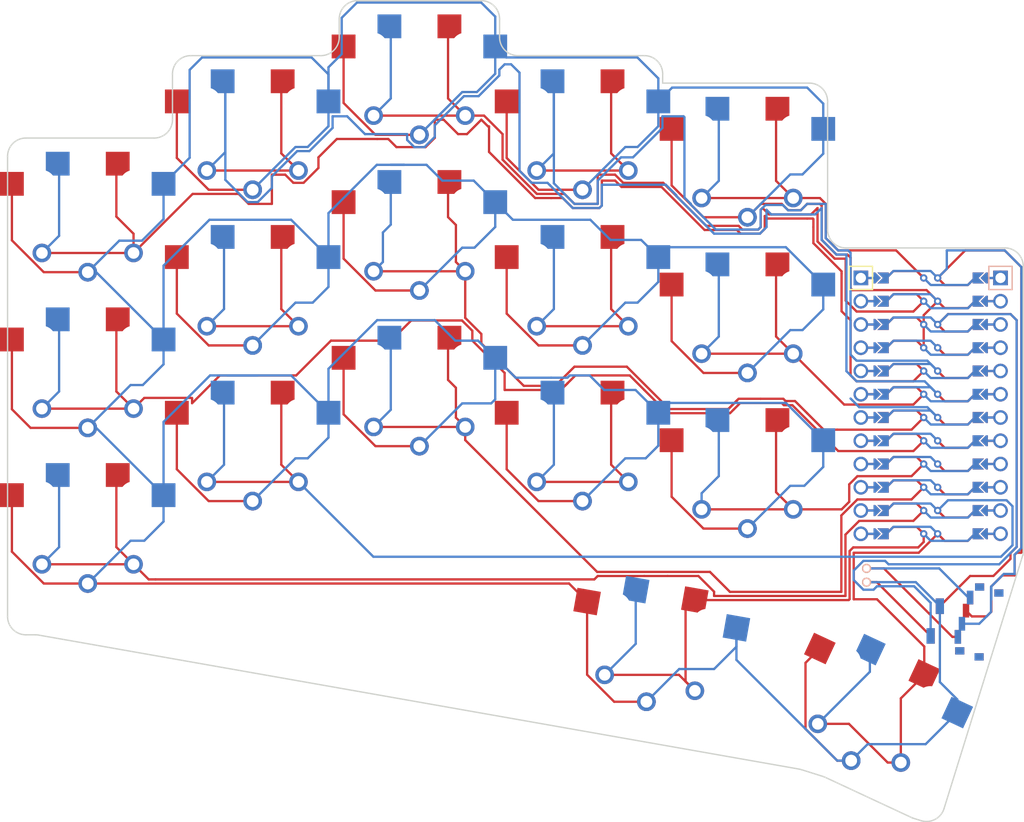
<source format=kicad_pcb>
(kicad_pcb (version 20211014) (generator pcbnew)
  (title_block (title "lazy_ferris") (rev "v1.0.0") (company "Unknown"))
  (layers (0 "F.Cu" signal) (31 "B.Cu" signal) (34 "B.Paste" user) (35 "F.Paste" user) (36 "B.SilkS" user "B.Silkscreen") (37 "F.SilkS" user "F.Silkscreen") (38 "B.Mask" user) (39 "F.Mask" user) (44 "Edge.Cuts" user))
  (net 0 "")
  (net 1 "P8")
  (net 2 "GND")
  (net 3 "P5")
  (net 4 "P2")
  (net 5 "P16")
  (net 6 "P18")
  (net 7 "P20")
  (net 8 "P7")
  (net 9 "P4")
  (net 10 "P0")
  (net 11 "P17")
  (net 12 "P19")
  (net 13 "P21")
  (net 14 "P6")
  (net 15 "P3")
  (net 16 "P1")
  (net 17 "P9")
  (net 18 "P10")
  (net 19 "RAW")
  (net 20 "RST")
  (net 21 "VCC")
  (net 22 "P15")
  (net 23 "P14")
  (net 24 "pos")
  (footprint "lib:bat" (layer "F.Cu") (at 103 5)
    (fp_text reference "")
    (fp_text value "")
  )
  (footprint "PG1350" (layer "F.Cu") (at 36 -43 180)
    (fp_text reference "S12" hide)
    (fp_text value "" hide)
  )
  (footprint "PG1350" (layer "F.Cu") (at 90 -6 180)
    (fp_text reference "S26" hide)
    (fp_text value "" hide)
  )
  (footprint "Button_Switch_SMD:SW_SPDT_PCM12" (layer "F.Cu") (at 115 10 72.75)
    (fp_text reference "")
    (fp_text value "")
  )
  (footprint "PG1350" (layer "F.Cu") (at 90 -23 180)
    (fp_text reference "S28" hide)
    (fp_text value "" hide)
  )
  (footprint "PG1350" (layer "F.Cu") (at 72 -43)
    (fp_text reference "S23" hide)
    (fp_text value "" hide)
  )
  (footprint "PG1350" (layer "F.Cu") (at 72 -43 180)
    (fp_text reference "S24" hide)
    (fp_text value "" hide)
  )
  (footprint "PG1350" (layer "F.Cu") (at 72 -9)
    (fp_text reference "S19" hide)
    (fp_text value "" hide)
  )
  (footprint "PG1350" (layer "F.Cu") (at 18 -34 180)
    (fp_text reference "S6" hide)
    (fp_text value "" hide)
  )
  (footprint "PG1350" (layer "F.Cu") (at 36 -26 180)
    (fp_text reference "S10" hide)
    (fp_text value "" hide)
  )
  (footprint "PG1350" (layer "F.Cu") (at 54.2 -49)
    (fp_text reference "S17" hide)
    (fp_text value "" hide)
  )
  (footprint "PG1350" (layer "F.Cu") (at 54.2 -32 180)
    (fp_text reference "S16" hide)
    (fp_text value "" hide)
  )
  (footprint "PG1350" (layer "F.Cu") (at 54.2 -49 180)
    (fp_text reference "S18" hide)
    (fp_text value "" hide)
  )
  (footprint "PG1350" (layer "F.Cu") (at 18 0)
    (fp_text reference "S1" hide)
    (fp_text value "" hide)
  )
  (footprint "PG1350" (layer "F.Cu") (at 90 -6)
    (fp_text reference "S25" hide)
    (fp_text value "" hide)
  )
  (footprint "PG1350" (layer "F.Cu") (at 18 -17)
    (fp_text reference "S3" hide)
    (fp_text value "" hide)
  )
  (footprint "PG1350" (layer "F.Cu") (at 72 -26)
    (fp_text reference "S21" hide)
    (fp_text value "" hide)
  )
  (footprint "PG1350" (layer "F.Cu") (at 72 -26 180)
    (fp_text reference "S22" hide)
    (fp_text value "" hide)
  )
  (footprint "PG1350" (layer "F.Cu") (at 103.816891 19.893564 155)
    (fp_text reference "S34" hide)
    (fp_text value "" hide)
  )
  (footprint "PG1350" (layer "F.Cu") (at 103.816891 19.893564 -25)
    (fp_text reference "S33" hide)
    (fp_text value "" hide)
  )
  (footprint "PG1350" (layer "F.Cu") (at 80 13 -10)
    (fp_text reference "S31" hide)
    (fp_text value "" hide)
  )
  (footprint "PG1350" (layer "F.Cu") (at 90 -40 180)
    (fp_text reference "S30" hide)
    (fp_text value "" hide)
  )
  (footprint "PG1350" (layer "F.Cu") (at 72 -9 180)
    (fp_text reference "S20" hide)
    (fp_text value "" hide)
  )
  (footprint "PG1350" (layer "F.Cu") (at 54.2 -15)
    (fp_text reference "S13" hide)
    (fp_text value "" hide)
  )
  (footprint "PG1350" (layer "F.Cu") (at 18 0 180)
    (fp_text reference "S2" hide)
    (fp_text value "" hide)
  )
  (footprint "ProMicro" (layer "F.Cu") (at 110 -13.5 -90)
    (fp_text reference "MCU1" hide)
    (fp_text value "")
  )
  (footprint "PG1350" (layer "F.Cu") (at 80 13 170)
    (fp_text reference "S32" hide)
    (fp_text value "" hide)
  )
  (footprint "PG1350" (layer "F.Cu") (at 90 -23)
    (fp_text reference "S27" hide)
    (fp_text value "" hide)
  )
  (footprint "PG1350" (layer "F.Cu") (at 54.2 -15 180)
    (fp_text reference "S14" hide)
    (fp_text value "" hide)
  )
  (footprint "PG1350" (layer "F.Cu") (at 18 -34)
    (fp_text reference "S5" hide)
    (fp_text value "" hide)
  )
  (footprint "PG1350" (layer "F.Cu") (at 36 -26)
    (fp_text reference "S9" hide)
    (fp_text value "" hide)
  )
  (footprint "Button_Switch_SMD:SW_SPST_B3U-1000P" (layer "F.Cu") (at 110.5 10 72.75)
    (fp_text reference "")
    (fp_text value "")
  )
  (footprint "PG1350" (layer "F.Cu") (at 18 -17 180)
    (fp_text reference "S4" hide)
    (fp_text value "" hide)
  )
  (footprint "PG1350" (layer "F.Cu") (at 36 -9)
    (fp_text reference "S7" hide)
    (fp_text value "" hide)
  )
  (footprint "PG1350" (layer "F.Cu") (at 54.2 -32)
    (fp_text reference "S15" hide)
    (fp_text value "" hide)
  )
  (footprint "PG1350" (layer "F.Cu") (at 36 -43)
    (fp_text reference "S11" hide)
    (fp_text value "" hide)
  )
  (footprint "PG1350" (layer "F.Cu") (at 90 -40)
    (fp_text reference "S29" hide)
    (fp_text value "" hide)
  )
  (footprint "PG1350" (layer "F.Cu") (at 36 -9 180)
    (fp_text reference "S8" hide)
    (fp_text value "" hide)
  )
  (gr_arc (start 9.25 -40.75) (mid 9.835786 -42.164214) (end 11.25 -42.75) (layer "Edge.Cuts") (width 0.15))
  (gr_arc (start 64.95 -51.75) (mid 63.535786 -52.335786) (end 62.95 -53.75) (layer "Edge.Cuts") (width 0.15))
  (gr_arc (start 95.641789 26.166192) (mid 95.769864 26.193123) (end 95.895904 26.228374) (layer "Edge.Cuts") (width 0.15))
  (gr_arc (start 27.25 -49.75) (mid 27.835786 -51.164214) (end 29.25 -51.75) (layer "Edge.Cuts") (width 0.15))
  (gr_line (start 108.05178 31.516078) (end 108.95502 31.796542) (layer "Edge.Cuts") (width 0.15))
  (gr_line (start 9.25 9.5) (end 9.25 -40.75) (layer "Edge.Cuts") (width 0.15))
  (gr_line (start 120.1 2.75) (end 120.068408 2.75) (layer "Edge.Cuts") (width 0.15))
  (gr_line (start 108.000343 31.498897) (end 108 31.5) (layer "Edge.Cuts") (width 0.15))
  (gr_arc (start 96.75 -48.75) (mid 98.164214 -48.164214) (end 98.75 -46.75) (layer "Edge.Cuts") (width 0.15))
  (gr_arc (start 45.45 -53.75) (mid 44.864214 -52.335786) (end 43.45 -51.75) (layer "Edge.Cuts") (width 0.15))
  (gr_line (start 45.45 -55.75) (end 45.45 -53.75) (layer "Edge.Cuts") (width 0.15))
  (gr_arc (start 27.25 -44.75) (mid 26.664214 -43.335786) (end 25.25 -42.75) (layer "Edge.Cuts") (width 0.15))
  (gr_line (start 108 31.5) (end 108.008105 31.502517) (layer "Edge.Cuts") (width 0.15))
  (gr_line (start 27.25 -49.75) (end 27.25 -44.75) (layer "Edge.Cuts") (width 0.15))
  (gr_arc (start 118.1 -30.75) (mid 119.514214 -30.164214) (end 120.1 -28.75) (layer "Edge.Cuts") (width 0.15))
  (gr_arc (start 78.75 -51.75) (mid 80.164214 -51.164214) (end 80.75 -49.75) (layer "Edge.Cuts") (width 0.15))
  (gr_line (start 98.490519 27.064394) (end 108.000343 31.498897) (layer "Edge.Cuts") (width 0.15))
  (gr_line (start 80.75 -48.75) (end 80.75 -49.75) (layer "Edge.Cuts") (width 0.15))
  (gr_line (start 100.75 -30.75) (end 118.1 -30.75) (layer "Edge.Cuts") (width 0.15))
  (gr_line (start 108.049174 31.521667) (end 108.05178 31.516078) (layer "Edge.Cuts") (width 0.15))
  (gr_line (start 12.290703 11.5) (end 11.25 11.5) (layer "Edge.Cuts") (width 0.15))
  (gr_line (start 120.131984 2.545251) (end 120.1 2.53532) (layer "Edge.Cuts") (width 0.15))
  (gr_line (start 11.25 -42.75) (end 25.25 -42.75) (layer "Edge.Cuts") (width 0.15))
  (gr_arc (start 98.246694 26.969576) (mid 98.370158 27.012994) (end 98.490519 27.064394) (layer "Edge.Cuts") (width 0.15))
  (gr_line (start 64.95 -51.75) (end 78.75 -51.75) (layer "Edge.Cuts") (width 0.15))
  (gr_arc (start 11.25 11.5) (mid 9.835786 10.914214) (end 9.25 9.5) (layer "Edge.Cuts") (width 0.15))
  (gr_line (start 120.1 2.648257) (end 120.131984 2.545251) (layer "Edge.Cuts") (width 0.15))
  (gr_line (start 98.75 -32.75) (end 98.75 -46.75) (layer "Edge.Cuts") (width 0.15))
  (gr_line (start 120.1 2.53532) (end 120.1 -28.75) (layer "Edge.Cuts") (width 0.15))
  (gr_arc (start 100.75 -30.75) (mid 99.335786 -31.335786) (end 98.75 -32.75) (layer "Edge.Cuts") (width 0.15))
  (gr_line (start 80.75 -48.75) (end 96.75 -48.75) (layer "Edge.Cuts") (width 0.15))
  (gr_line (start 12.637999 11.530384) (end 95.641789 26.166192) (layer "Edge.Cuts") (width 0.15))
  (gr_arc (start 45.45 -55.75) (mid 46.035786 -57.164214) (end 47.45 -57.75) (layer "Edge.Cuts") (width 0.15))
  (gr_arc (start 111.458143 30.479585) (mid 110.479332 31.656477) (end 108.95502 31.796542) (layer "Edge.Cuts") (width 0.15))
  (gr_line (start 108.008105 31.502517) (end 108.049174 31.521667) (layer "Edge.Cuts") (width 0.15))
  (gr_line (start 29.25 -51.75) (end 43.45 -51.75) (layer "Edge.Cuts") (width 0.15))
  (gr_line (start 95.895904 26.228374) (end 98.246694 26.969575) (layer "Edge.Cuts") (width 0.15))
  (gr_arc (start 60.95 -57.75) (mid 62.364214 -57.164214) (end 62.95 -55.75) (layer "Edge.Cuts") (width 0.15))
  (gr_line (start 62.95 -53.75) (end 62.95 -55.75) (layer "Edge.Cuts") (width 0.15))
  (gr_line (start 120.1 2.648257) (end 120.1 2.75) (layer "Edge.Cuts") (width 0.15))
  (gr_arc (start 12.290703 11.500001) (mid 12.465014 11.507612) (end 12.637999 11.530385) (layer "Edge.Cuts") (width 0.15))
  (gr_line (start 60.95 -57.75) (end 47.45 -57.75) (layer "Edge.Cuts") (width 0.15))
  (gr_line (start 111.458143 30.479585) (end 120.068408 2.75) (layer "Edge.Cuts") (width 0.15))
  (segment (start 25.4 5.45) (end 73.29 5.45) (width 0.25) (layer "F.Cu") (net 1))
  (segment (start 86.36 7.259092) (end 86.36 6.79052) (width 0.25) (layer "F.Cu") (net 1))
  (segment (start 73.29 5.45) (end 73.66 5.08) (width 0.25) (layer "F.Cu") (net 1))
  (segment (start 84.64948 5.08) (end 81.28 5.08) (width 0.25) (layer "F.Cu") (net 1))
  (segment (start 23 3.8) (end 21.124999 1.924999) (width 0.25) (layer "F.Cu") (net 1))
  (segment (start 100.7 7.259092) (end 86.36 7.259092) (width 0.25) (layer "F.Cu") (net 1))
  (segment (start 100.7 0.559009) (end 100.7 7.259092) (width 0.25) (layer "F.Cu") (net 1))
  (segment (start 24.65 5.45) (end 25.4 5.45) (width 0.25) (layer "F.Cu") (net 1))
  (segment (start 102.204009 -0.945) (end 100.7 0.559009) (width 0.25) (layer "F.Cu") (net 1))
  (segment (start 21.124999 -5.799999) (end 21.275 -5.95) (width 0.25) (layer "F.Cu") (net 1))
  (segment (start 81.28 5.08) (end 78.74 5.08) (width 0.25) (layer "F.Cu") (net 1))
  (segment (start 86.36 6.79052) (end 84.64948 5.08) (width 0.25) (layer "F.Cu") (net 1))
  (segment (start 23 3.8) (end 24.65 5.45) (width 0.25) (layer "F.Cu") (net 1))
  (segment (start 78.74 5.08) (end 73.66 5.08) (width 0.25) (layer "F.Cu") (net 1))
  (segment (start 21.124999 1.924999) (end 21.124999 -5.799999) (width 0.25) (layer "F.Cu") (net 1))
  (segment (start 108.113 -0.945) (end 102.204009 -0.945) (width 0.25) (layer "F.Cu") (net 1))
  (segment (start 23 3.8) (end 13 3.8) (width 0.25) (layer "F.Cu") (net 1))
  (segment (start 109.238 -2.07) (end 108.113 -0.945) (width 0.25) (layer "F.Cu") (net 1))
  (segment (start 14.875001 -5.799999) (end 14.725 -5.95) (width 0.25) (layer "B.Cu") (net 1))
  (segment (start 14.875001 1.924999) (end 14.875001 -5.799999) (width 0.25) (layer "B.Cu") (net 1))
  (segment (start 13 3.8) (end 14.875001 1.924999) (width 0.25) (layer "B.Cu") (net 1))
  (segment (start 109.55 -26.142) (end 101.458 -26.142) (width 0.25) (layer "F.Cu") (net 2))
  (segment (start 85.203539 -17.1) (end 81.725 -20.578539) (width 0.25) (layer "F.Cu") (net 2))
  (segment (start 99.71091 -30.03) (end 98.1 -31.64091) (width 0.25) (layer "F.Cu") (net 2))
  (segment (start 70.531865 5.9) (end 72.501897 7.870032) (width 0.25) (layer "F.Cu") (net 2))
  (segment (start 67.203539 -3.1) (end 63.725 -6.578539) (width 0.25) (layer "F.Cu") (net 2))
  (segment (start 110.762 -24.93) (end 109.55 -26.142) (width 0.25) (layer "F.Cu") (net 2))
  (segment (start 101.323443 25.24078) (end 99.79928 25.24078) (width 0.25) (layer "F.Cu") (net 2))
  (segment (start 63.725 -6.578539) (end 63.725 -12.75) (width 0.25) (layer "F.Cu") (net 2))
  (segment (start 31.203539 -37.1) (end 27.725 -40.578539) (width 0.25) (layer "F.Cu") (net 2))
  (segment (start 96.338403 21.779903) (end 96.338403 14.561354) (width 0.25) (layer "F.Cu") (net 2))
  (segment (start 98.1 -31.64091) (end 98.1 -35.373604) (width 0.25) (layer "F.Cu") (net 2))
  (segment (start 85.203539 -34.1) (end 81.725 -37.578539) (width 0.25) (layer "F.Cu") (net 2))
  (segment (start 18 -11.1) (end 11.76 -11.1) (width 0.25) (layer "F.Cu") (net 2))
  (segment (start 63.725 -40.578539) (end 63.725 -46.75) (width 0.25) (layer "F.Cu") (net 2))
  (segment (start 99.79928 25.24078) (end 96.338403 21.779903) (width 0.25) (layer "F.Cu") (net 2))
  (segment (start 93.743539 -35.56) (end 91.44 -35.56) (width 0.25) (layer "F.Cu") (net 2))
  (segment (start 18 -28.1) (end 13.203539 -28.1) (width 0.25) (layer "F.Cu") (net 2))
  (segment (start 98.1 -35.373604) (end 97.913604 -35.56) (width 0.25) (layer "F.Cu") (net 2))
  (segment (start 27.725 -23.578539) (end 27.725 -29.75) (width 0.25) (layer "F.Cu") (net 2))
  (segment (start 49.403539 -43.1) (end 45.925 -46.578539) (width 0.25) (layer "F.Cu") (net 2))
  (segment (start 90 -34.1) (end 85.203539 -34.1) (width 0.25) (layer "F.Cu") (net 2))
  (segment (start 45.925 -29.578539) (end 45.925 -35.75) (width 0.25) (layer "F.Cu") (net 2))
  (segment (start 67.203539 -37.1) (end 63.725 -40.578539) (width 0.25) (layer "F.Cu") (net 2))
  (segment (start 9.725 -31.578539) (end 9.725 -37.75) (width 0.25) (layer "F.Cu") (net 2))
  (segment (start 72.501897 15.856289) (end 72.501897 7.870032) (width 0.25) (layer "F.Cu") (net 2))
  (segment (start 72 -20.1) (end 67.203539 -20.1) (width 0.25) (layer "F.Cu") (net 2))
  (segment (start 96.52 -35.56) (end 95.819 -34.859) (width 0.25) (layer "F.Cu") (net 2))
  (segment (start 67.203539 -20.1) (end 63.725 -23.578539) (width 0.25) (layer "F.Cu") (net 2))
  (segment (start 18 5.9) (end 70.531865 5.9) (width 0.25) (layer "F.Cu") (net 2))
  (segment (start 54.2 -43.1) (end 49.403539 -43.1) (width 0.25) (layer "F.Cu") (net 2))
  (segment (start 27.725 -40.578539) (end 27.725 -46.75) (width 0.25) (layer "F.Cu") (net 2))
  (segment (start 96.338403 14.561354) (end 97.902013 12.997744) (width 0.25) (layer "F.Cu") (net 2))
  (segment (start 81.725 -20.578539) (end 81.725 -26.75) (width 0.25) (layer "F.Cu") (net 2))
  (segment (start 13.203539 5.9) (end 9.725 2.421461) (width 0.25) (layer "F.Cu") (net 2))
  (segment (start 49.403539 -9.1) (end 45.925 -12.578539) (width 0.25) (layer "F.Cu") (net 2))
  (segment (start 27.725 -6.578539) (end 27.725 -12.75) (width 0.25) (layer "F.Cu") (net 2))
  (segment (start 49.403539 -26.1) (end 45.925 -29.578539) (width 0.25) (layer "F.Cu") (net 2))
  (segment (start 109.238 -23.406) (end 109.238 -22.39) (width 0.25) (layer "F.Cu") (net 2))
  (segment (start 81.725 -37.578539) (end 81.725 -43.75) (width 0.25) (layer "F.Cu") (net 2))
  (segment (start 94.444539 -34.859) (end 93.743539 -35.56) (width 0.25) (layer "F.Cu") (net 2))
  (segment (start 54.2 -26.1) (end 49.403539 -26.1) (width 0.25) (layer "F.Cu") (net 2))
  (segment (start 36 -20.1) (end 31.203539 -20.1) (width 0.25) (layer "F.Cu") (net 2))
  (segment (start 90 -0.1) (end 85.203539 -0.1) (width 0.25) (layer "F.Cu") (net 2))
  (segment (start 97.913604 -35.56) (end 96.52 -35.56) (width 0.25) (layer "F.Cu") (net 2))
  (segment (start 91.44 -35.54) (end 90 -34.1) (width 0.25) (layer "F.Cu") (net 2))
  (segment (start 72 -37.1) (end 67.203539 -37.1) (width 0.25) (layer "F.Cu") (net 2))
  (segment (start 18 5.9) (end 13.203539 5.9) (width 0.25) (layer "F.Cu") (net 2))
  (segment (start 100.91 -30.03) (end 99.71091 -30.03) (width 0.25) (layer "F.Cu") (net 2))
  (segment (start 91.44 -35.56) (end 91.44 -35.54) (width 0.25) (layer "F.Cu") (net 2))
  (segment (start 109.238 -22.39) (end 109.238 -19.85) (width 0.25) (layer "F.Cu") (net 2))
  (segment (start 103 5.75) (end 104.122345 5.75) (width 0.25) (layer "F.Cu") (net 2))
  (segment (start 78.975476 18.810366) (end 75.455974 18.810366) (width 0.25) (layer "F.Cu") (net 2))
  (segment (start 13.203539 -28.1) (end 9.725 -31.578539) (width 0.25) (layer "F.Cu") (net 2))
  (segment (start 110.762 -24.93) (end 109.238 -23.406) (width 0.25) (layer "F.Cu") (net 2))
  (segment (start 95.819 -34.859) (end 94.444539 -34.859) (width 0.25) (layer "F.Cu") (net 2))
  (segment (start 72 -3.1) (end 67.203539 -3.1) (width 0.25) (layer "F.Cu") (net 2))
  (segment (start 9.725 -13.135) (end 9.725 -20.75) (width 0.25) (layer "F.Cu") (net 2))
  (segment (start 85.203539 -0.1) (end 81.725 -3.578539) (width 0.25) (layer "F.Cu") (net 2))
  (segment (start 63.725 -23.578539) (end 63.725 -29.75) (width 0.25) (layer "F.Cu") (net 2))
  (segment (start 45.925 -12.578539) (end 45.925 -18.75) (width 0.25) (layer "F.Cu") (net 2))
  (segment (start 45.925 -46.578539) (end 45.925 -52.75) (width 0.25) (layer "F.Cu") (net 2))
  (segment (start 101.458 -26.142) (end 101.255 -26.345) (width 0.25) (layer "F.Cu") (net 2))
  (segment (start 36 -3.1) (end 31.203539 -3.1) (width 0.25) (layer "F.Cu") (net 2))
  (segment (start 101.255 -26.345) (end 101.255 -29.685) (width 0.25) (layer "F.Cu") (net 2))
  (segment (start 9.725 2.421461) (end 9.725 -3.75) (width 0.25) (layer "F.Cu") (net 2))
  (segment (start 104.122345 5.75) (end 109.995879 11.623534) (width 0.25) (layer "F.Cu") (net 2))
  (segment (start 36 -37.1) (end 31.203539 -37.1) (width 0.25) (layer "F.Cu") (net 2))
  (segment (start 101.255 -29.685) (end 100.91 -30.03) (width 0.25) (layer "F.Cu") (net 2))
  (segment (start 11.76 -11.1) (end 9.725 -13.135) (width 0.25) (layer "F.Cu") (net 2))
  (segment (start 75.455974 18.810366) (end 72.501897 15.856289) (width 0.25) (layer "F.Cu") (net 2))
  (segment (start 31.203539 -3.1) (end 27.725 -6.578539) (width 0.25) (layer "F.Cu") (net 2))
  (segment (start 31.203539 -20.1) (end 27.725 -23.578539) (width 0.25) (layer "F.Cu") (net 2))
  (segment (start 90 -17.1) (end 85.203539 -17.1) (width 0.25) (layer "F.Cu") (net 2))
  (segment (start 54.2 -9.1) (end 49.403539 -9.1) (width 0.25) (layer "F.Cu") (net 2))
  (segment (start 81.725 -3.578539) (end 81.725 -9.75) (width 0.25) (layer "F.Cu") (net 2))
  (segment (start 31.285001 -33.825001) (end 40.199999 -33.825001) (width 0.25) (layer "B.Cu") (net 2))
  (segment (start 81.350001 -13.825001) (end 94.199999 -13.825001) (width 0.25) (layer "B.Cu") (net 2))
  (segment (start 44.275 -50.476652) (end 45.72 -51.921652) (width 0.25) (layer "B.Cu") (net 2))
  (segment (start 45.72 -51.921652) (end 45.72 -55.88) (width 0.25) (layer "B.Cu") (net 2))
  (segment (start 62.475 -35.75) (end 60.125 -38.1) (width 0.25) (layer "B.Cu") (net 2))
  (segment (start 30.48 -51.55) (end 42.43 -51.55) (width 0.25) (layer "B.Cu") (net 2))
  (segment (start 31.350001 -16.825001) (end 36.514999 -16.825001) (width 0.25) (layer "B.Cu") (net 2))
  (segment (start 64.705 -16.575) (end 68.58 -16.575) (width 0.25) (layer "B.Cu") (net 2))
  (segment (start 77.785 -15.24) (end 80.275 -12.75) (width 0.25) (layer "B.Cu") (net 2))
  (segment (start 47.385068 -57.545068) (end 60.944397 -57.545068) (width 0.25) (layer "B.Cu") (net 2))
  (segment (start 24.007785 -15.774099) (end 26.275 -18.041314) (width 0.25) (layer "B.Cu") (net 2))
  (segment (start 76.674099 -24.774099) (end 78.007785 -24.774099) (width 0.25) (layer "B.Cu") (net 2))
  (segment (start 42.007785 -41.774099) (end 44.275 -44.041314) (width 0.25) (layer "B.Cu") (net 2))
  (segment (start 96.214099 -4.774099) (end 98.275 -6.835) (width 0.25) (layer "B.Cu") (net 2))
  (segment (start 90 -17.1) (end 94.674099 -21.774099) (width 0.25) (layer "B.Cu") (net 2))
  (segment (start 26.275 -18.041314) (end 26.275 -20.75) (width 0.25) (layer "B.Cu") (net 2))
  (segment (start 18 5.9) (end 22.674099 1.225901) (width 0.25) (layer "B.Cu") (net 2))
  (segment (start 54.2 -26.1) (end 58.874099 -30.774099) (width 0.25) (layer "B.Cu") (net 2))
  (segment (start 75.054999 -31.625001) (end 72.854999 -33.825001) (width 0.25) (layer "B.Cu") (net 2))
  (segment (start 88.800465 12.799535) (end 88.800465 10.74391) (width 0.25) (layer "B.Cu") (net 2))
  (segment (start 42.554099 -24.774099) (end 44.275 -26.495) (width 0.25) (layer "B.Cu") (net 2))
  (segment (start 103 5.75) (end 108.377655 5.75) (width 0.25) (layer "B.Cu") (net 2))
  (segment (start 96.52 -48.26) (end 98.275 -46.505) (width 0.25) (layer "B.Cu") (net 2))
  (segment (start 21.441 -31.541) (end 23.921 -31.541) (width 0.25) (layer "B.Cu") (net 2))
  (segment (start 94.199999 -13.825001) (end 98.275 -9.75) (width 0.25) (layer "B.Cu") (net 2))
  (segment (start 82.545842 15.24) (end 86.36 15.24) (width 0.25) (layer "B.Cu") (net 2))
  (segment (start 70.35 -16.575) (end 70.600001 -16.825001) (width 0.25) (layer "B.Cu") (net 2))
  (segment (start 62.475 -49.775) (end 62.475 -52.75) (width 0.25) (layer "B.Cu") (net 2))
  (segment (start 72.776651 -16.825001) (end 73.875001 -15.726651) (width 0.25) (layer "B.Cu") (net 2))
  (segment (start 62.034099 -13.774099) (end 62.475 -14.215) (width 0.25) (layer "B.Cu") (net 2))
  (segment (start 24.174099 1.225901) (end 26.275 -0.875) (width 0.25) (layer "B.Cu") (net 2))
  (segment (start 86.36 15.24) (end 88.800465 12.799535) (width 0.25) (layer "B.Cu") (net 2))
  (segment (start 60.125 -38.1) (end 58.42 -38.1) (width 0.25) (layer "B.Cu") (net 2))
  (segment (start 94.674099 -38.774099) (end 96.007785 -38.774099) (width 0.25) (layer "B.Cu") (net 2))
  (segment (start 22.674099 1.225901) (end 24.174099 1.225901) (width 0.25) (layer "B.Cu") (net 2))
  (segment (start 58.42 -38.1) (end 56.701652 -38.1) (width 0.25) (layer "B.Cu") (net 2))
  (segment (start 18 -11.1) (end 18.925 -11.1) (width 0.25) (layer "B.Cu") (net 2))
  (segment (start 72 -37.1) (end 76.674099 -41.774099) (width 0.25) (layer "B.Cu") (net 2))
  (segment (start 68.58 -16.575) (end 70.35 -16.575) (width 0.25) (layer "B.Cu") (net 2))
  (segment (start 58.114999 -20.625001) (end 55.88 -22.86) (width 0.25) (layer "B.Cu") (net 2))
  (segment (start 62.475 -33.041314) (end 62.475 -35.75) (width 0.25) (layer "B.Cu") (net 2))
  (segment (start 44.275 -12.75) (end 40.199999 -16.825001) (width 0.25) (layer "B.Cu") (net 2))
  (segment (start 90 -0.1) (end 94.674099 -4.774099) (width 0.25) (layer "B.Cu") (net 2))
  (segment (start 18.925 -11.1) (end 26.275 -3.75) (width 0.25) (layer "B.Cu") (net 2))
  (segment (start 76.674099 -7.774099) (end 78.894099 -7.774099) (width 0.25) (layer "B.Cu") (net 2))
  (segment (start 26.275 -20.75) (end 26.275 -28.815) (width 0.25) (layer "B.Cu") (net 2))
  (segment (start 96.007785 -38.774099) (end 98.275 -41.041314) (width 0.25) (layer "B.Cu") (net 2))
  (segment (start 26.925 -3.1) (end 26.275 -3.75) (width 0.25) (layer "B.Cu") (net 2))
  (segment (start 26.275 -37.75) (end 29.124999 -40.599999) (width 0.25) (layer "B.Cu") (net 2))
  (segment (start 40.199999 -16.825001) (end 33.270001 -16.825001) (width 0.25) (layer "B.Cu") (net 2))
  (segment (start 56.701652 -38.1) (end 55.020826 -39.780826) (width 0.25) (layer "B.Cu") (net 2))
  (segment (start 26.275 -33.895) (end 26.275 -37.75) (width 0.25) (layer "B.Cu") (net 2))
  (segment (start 60.944397 -57.545068) (end 62.475 -56.014465) (width 0.25) (layer "B.Cu") (net 2))
  (segment (start 96.007785 -21.774099) (end 98.275 -24.041314) (width 0.25) (layer "B.Cu") (net 2))
  (segment (start 45.72 -55.88) (end 47.385068 -57.545068) (width 0.25) (layer "B.Cu") (net 2))
  (segment (start 42.43 -51.55) (end 44.275 -49.705) (width 0.25) (layer "B.Cu") (net 2))
  (segment (start 98.275 -6.835) (end 98.275 -9.75) (width 0.25) (layer "B.Cu") (net 2))
  (segment (start 36 -3.1) (end 40.674099 -7.774099) (width 0.25) (layer "B.Cu") (net 2))
  (segment (start 26.275 -11.75) (end 31.350001 -16.825001) (width 0.25) (layer "B.Cu") (net 2))
  (segment (start 58.874099 -13.774099) (end 62.034099 -13.774099) (width 0.25) (layer "B.Cu") (net 2))
  (segment (start 98.275 -26.75) (end 94.199999 -30.825001) (width 0.25) (layer "B.Cu") (net 2))
  (segment (start 81.350001 -30.825001) (end 80.275 -29.75) (width 0.25) (layer "B.Cu") (net 2))
  (segment (start 18 -11.1) (end 22.674099 -15.774099) (width 0.25) (layer "B.Cu") (net 2))
  (segment (start 63.5 -17.78) (end 64.705 -16.575) (width 0.25) (layer "B.Cu") (net 2))
  (segment (start 29.124999 -50.194999) (end 30.48 -51.55) (width 0.25) (layer "B.Cu") (net 2))
  (segment (start 40.199999 -33.825001) (end 44.275 -29.75) (width 0.25) (layer "B.Cu") (net 2))
  (segment (start 44.275 -44.041314) (end 44.275 -46.75) (width 0.25) (layer "B.Cu") (net 2))
  (segment (start 80.275 -27.041314) (end 80.275 -29.75) (width 0.25) (layer "B.Cu") (net 2))
  (segment (start 78.894099 -7.774099) (end 80.275 -9.155) (width 0.25) (layer "B.Cu") (net 2))
  (segment (start 62.475 -14.215) (end 62.475 -18.75) (width 0.25) (layer "B.Cu") (net 2))
  (segment (start 88.800465 14.241965) (end 88.800465 10.74391) (width 0.25) (layer "B.Cu") (net 2))
  (segment (start 112.901406 19.992076) (end 112.901406 18.557685) (width 0.25) (layer "B.Cu") (net 2))
  (segment (start 35.35 -20.75) (end 36 -20.1) (width 0.25) (layer "B.Cu") (net 2))
  (segment (start 101.323443 25.24078) (end 99.79928 25.24078) (width 0.25) (layer "B.Cu") (net 2))
  (segment (start 76.2 -15.24) (end 77.785 -15.24) (width 0.25) (layer "B.Cu") (net 2))
  (segment (start 72 -3.1) (end 76.674099 -7.774099) (width 0.25) (layer "B.Cu") (net 2))
  (segment (start 98.275 -46.505) (end 98.275 -43.75) (width 0.25) (layer "B.Cu") (net 2))
  (segment (start 60.207785 -30.774099) (end 62.475 -33.041314) (width 0.25) (layer "B.Cu") (net 2))
  (segment (start 103.120358 23.443865) (end 109.449617 23.443865) (width 0.25) (layer "B.Cu") (net 2))
  (segment (start 108.377655 5.75) (end 111.004121 8.376466) (width 0.25) (layer "B.Cu") (net 2))
  (segment (start 77.99 -51.55) (end 80.275 -49.265) (width 0.25) (layer "B.Cu") (net 2))
  (segment (start 80.275 -49.265) (end 80.275 -46.75) (width 0.25) (layer "B.Cu") (net 2))
  (segment (start 60.474099 -47.774099) (end 62.475 -49.775) (width 0.25) (layer "B.Cu") (net 2))
  (segment (start 18 -28.1) (end 21.441 -31.541) (width 0.25) (layer "B.Cu") (net 2))
  (segment (start 55.020826 -39.780826) (end 54.976651 -39.825001) (width 0.25) (layer "B.Cu") (net 2))
  (segment (start 18 -28.1) (end 18.925 -28.1) (width 0.25) (layer "B.Cu") (net 2))
  (segment (start 62.475 -18.75) (end 60.599999 -20.625001) (width 0.25) (layer "B.Cu") (net 2))
  (segment (start 94.674099 -4.774099) (end 96.214099 -4.774099) (width 0.25) (layer "B.Cu") (net 2))
  (segment (start 49.585 -22.86) (end 55.88 -22.86) (width 0.25) (layer "B.Cu") (net 2))
  (segment (start 94.674099 -21.774099) (end 96.007785 -21.774099) (width 0.25) (layer "B.Cu") (net 2))
  (segment (start 78.975476 18.810366) (end 82.545842 15.24) (width 0.25) (layer "B.Cu") (net 2))
  (segment (start 40.674099 -7.774099) (end 42.007785 -7.774099) (width 0.25) (layer "B.Cu") (net 2))
  (segment (start 80.275 -44.041314) (end 80.275 -46.75) (width 0.25) (layer "B.Cu") (net 2))
  (segment (start 44.275 -26.495) (end 44.275 -29.75) (width 0.25) (layer "B.Cu") (net 2))
  (segment (start 80.275 -12.75) (end 81.350001 -13.825001) (width 0.25) (layer "B.Cu") (net 2))
  (segment (start 54.2 -9.1) (end 58.874099 -13.774099) (width 0.25) (layer "B.Cu") (net 2))
  (segment (start 99.79928 25.24078) (end 88.800465 14.241965) (width 0.25) (layer "B.Cu") (net 2))
  (segment (start 78.007785 -41.774099) (end 80.275 -44.041314) (width 0.25) (layer "B.Cu") (net 2))
  (segment (start 58.874099 -47.774099) (end 60.474099 -47.774099) (width 0.25) (layer "B.Cu") (net 2))
  (segment (start 42.007785 -7.774099) (end 44.275 -10.041314) (width 0.25) (layer "B.Cu") (net 2))
  (segment (start 26.275 -28.815) (end 31.285001 -33.825001) (width 0.25) (layer "B.Cu") (net 2))
  (segment (start 73.875001 -15.726651) (end 74.361652 -15.24) (width 0.25) (layer "B.Cu") (net 2))
  (segment (start 18.925 -28.1) (end 26.275 -20.75) (width 0.25) (layer "B.Cu") (net 2))
  (segment (start 62.53 -18.75) (end 63.5 -17.78) (width 0.25) (layer "B.Cu") (net 2))
  (segment (start 98.275 -41.041314) (end 98.275 -43.75) (width 0.25) (layer "B.Cu") (net 2))
  (segment (start 44.275 -10.041314) (end 44.275 -12.75) (width 0.25) (layer "B.Cu") (net 2))
  (segment (start 44.275 -46.75) (end 44.275 -50.476652) (width 0.25) (layer "B.Cu") (net 2))
  (segment (start 62.475 -18.75) (end 62.53 -18.75) (width 0.25) (layer "B.Cu") (net 2))
  (segment (start 109.449617 23.443865) (end 112.901406 19.992076) (width 0.25) (layer "B.Cu") (net 2))
  (segment (start 40.674099 -41.774099) (end 42.007785 -41.774099) (width 0.25) (layer "B.Cu") (net 2))
  (segment (start 78.399999 -31.625001) (end 75.054999 -31.625001) (width 0.25) (layer "B.Cu") (net 2))
  (segment (start 44.275 -12.75) (end 44.275 -17.55) (width 0.25) (layer "B.Cu") (net 2))
  (segment (start 58.874099 -30.774099) (end 60.207785 -30.774099) (width 0.25) (layer "B.Cu") (net 2))
  (segment (start 36 -37.1) (end 40.674099 -41.774099) (width 0.25) (layer "B.Cu") (net 2))
  (segment (start 54.976651 -39.825001) (end 52.525001 -39.825001) (width 0.25) (layer "B.Cu") (net 2))
  (segment (start 72 -20.1) (end 76.674099 -24.774099) (width 0.25) (layer "B.Cu") (net 2))
  (segment (start 26.275 -0.875) (end 26.275 -3.75) (width 0.25) (layer "B.Cu") (net 2))
  (segment (start 72.854999 -33.825001) (end 64.399999 -33.825001) (width 0.25) (layer "B.Cu") (net 2))
  (segment (start 36 -20.1) (end 40.674099 -24.774099) (width 0.25) (layer "B.Cu") (net 2))
  (segment (start 60.599999 -20.625001) (end 58.114999 -20.625001) (width 0.25) (layer "B.Cu") (net 2))
  (segment (start 23.921 -31.541) (end 26.275 -33.895) (width 0.25) (layer "B.Cu") (net 2))
  (segment (start 49.550001 -39.825001) (end 52.525001 -39.825001) (width 0.25) (layer "B.Cu") (net 2))
  (segment (start 76.674099 -41.774099) (end 78.007785 -41.774099) (width 0.25) (layer "B.Cu") (net 2))
  (segment (start 74.361652 -15.24) (end 76.2 -15.24) (width 0.25) (layer "B.Cu") (net 2))
  (segment (start 44.275 -17.55) (end 49.585 -22.86) (width 0.25) (layer "B.Cu") (net 2))
  (segment (start 22.674099 -15.774099) (end 24.007785 -15.774099) (width 0.25) (layer "B.Cu") (net 2))
  (segment (start 80.275 -46.75) (end 81.785 -48.26) (width 0.25) (layer "B.Cu") (net 2))
  (segment (start 40.674099 -24.774099) (end 42.554099 -24.774099) (width 0.25) (layer "B.Cu") (net 2))
  (segment (start 62.475 -52.75) (end 63.675 -51.55) (width 0.25) (layer "B.Cu") (net 2))
  (segment (start 80.275 -29.75) (end 78.399999 -31.625001) (width 0.25) (layer "B.Cu") (net 2))
  (segment (start 52.525001 -39.825001) (end 51.050001 -39.825001) (width 0.25) (layer "B.Cu") (net 2))
  (segment (start 98.275 -24.041314) (end 98.275 -26.75) (width 0.25) (layer "B.Cu") (net 2))
  (segment (start 54.2 -43.1) (end 58.874099 -47.774099) (width 0.25) (layer "B.Cu") (net 2))
  (segment (start 44.275 -34.55) (end 49.550001 -39.825001) (width 0.25) (layer "B.Cu") (net 2))
  (segment (start 44.275 -29.75) (end 44.275 -34.55) (width 0.25) (layer "B.Cu") (net 2))
  (segment (start 29.124999 -40.599999) (end 29.124999 -50.194999) (width 0.25) (layer "B.Cu") (net 2))
  (segment (start 101.323443 25.24078) (end 103.120358 23.443865) (width 0.25) (layer "B.Cu") (net 2))
  (segment (start 111.004121 16.6604) (end 111.004121 8.376466) (width 0.25) (layer "B.Cu") (net 2))
  (segment (start 94.199999 -30.825001) (end 81.350001 -30.825001) (width 0.25) (layer "B.Cu") (net 2))
  (segment (start 26.275 -3.75) (end 26.275 -11.75) (width 0.25) (layer "B.Cu") (net 2))
  (segment (start 80.275 -9.155) (end 80.275 -12.75) (width 0.25) (layer "B.Cu") (net 2))
  (segment (start 70.600001 -16.825001) (end 72.776651 -16.825001) (width 0.25) (layer "B.Cu") (net 2))
  (segment (start 78.007785 -24.774099) (end 80.275 -27.041314) (width 0.25) (layer "B.Cu") (net 2))
  (segment (start 90 -34.1) (end 94.674099 -38.774099) (width 0.25) (layer "B.Cu") (net 2))
  (segment (start 112.901406 18.557685) (end 111.004121 16.6604) (width 0.25) (layer "B.Cu") (net 2))
  (segment (start 62.475 -56.014465) (end 62.475 -52.75) (width 0.25) (layer "B.Cu") (net 2))
  (segment (start 63.675 -51.55) (end 77.99 -51.55) (width 0.25) (layer "B.Cu") (net 2))
  (segment (start 44.275 -49.705) (end 44.275 -46.75) (width 0.25) (layer "B.Cu") (net 2))
  (segment (start 81.785 -48.26) (end 96.52 -48.26) (width 0.25) (layer "B.Cu") (net 2))
  (segment (start 64.399999 -33.825001) (end 62.475 -35.75) (width 0.25) (layer "B.Cu") (net 2))
  (segment (start 93.729999 -13.825001) (end 89.223349 -13.825001) (width 0.25) (layer "F.Cu") (net 3))
  (segment (start 88.499174 -13.100826) (end 88.098348 -12.7) (width 0.25) (layer "F.Cu") (net 3))
  (segment (start 93.98 -13.575) (end 93.729999 -13.825001) (width 0.25) (layer "F.Cu") (net 3))
  (segment (start 69.638348 -15.24) (end 63.5 -15.24) (width 0.25) (layer "F.Cu") (net 3))
  (segment (start 59.976651 -20.625001) (end 59.976651 -21.698349) (width 0.25) (layer "F.Cu") (net 3))
  (segment (start 59.976651 -21.698349) (end 58.849999 -22.825001) (width 0.25) (layer "F.Cu") (net 3))
  (segment (start 78.74 -15.24) (end 77.154999 -16.825001) (width 0.25) (layer "F.Cu") (net 3))
  (segment (start 70.379174 -15.980826) (end 70.124999 -15.726651) (width 0.25) (layer "F.Cu") (net 3))
  (segment (start 44.550001 -20.625001) (end 40.750001 -16.825001) (width 0.25) (layer "F.Cu") (net 3))
  (segment (start 108.113 -8.565) (end 99.91 -8.565) (width 0.25) (layer "F.Cu") (net 3))
  (segment (start 109.238 -9.69) (end 108.113 -8.565) (width 0.25) (layer "F.Cu") (net 3))
  (segment (start 63.5 -17.101652) (end 59.976651 -20.625001) (width 0.25) (layer "F.Cu") (net 3))
  (segment (start 71.223349 -16.825001) (end 70.379174 -15.980826) (width 0.25) (layer "F.Cu") (net 3))
  (segment (start 40.750001 -16.825001) (end 32.423349 -16.825001) (width 0.25) (layer "F.Cu") (net 3))
  (segment (start 94.9 -13.575) (end 93.98 -13.575) (width 0.25) (layer "F.Cu") (net 3))
  (segment (start 88.098348 -12.7) (end 86.36 -12.7) (width 0.25) (layer "F.Cu") (net 3))
  (segment (start 24.175 -14.375) (end 23 -13.2) (width 0.25) (layer "F.Cu") (net 3))
  (segment (start 51.105001 -20.625001) (end 44.550001 -20.625001) (width 0.25) (layer "F.Cu") (net 3))
  (segment (start 32.423349 -16.825001) (end 29.389174 -13.790826) (width 0.25) (layer "F.Cu") (net 3))
  (segment (start 63.5 -15.24) (end 63.5 -17.101652) (width 0.25) (layer "F.Cu") (net 3))
  (segment (start 53.305001 -22.825001) (end 51.105001 -20.625001) (width 0.25) (layer "F.Cu") (net 3))
  (segment (start 58.849999 -22.825001) (end 53.305001 -22.825001) (width 0.25) (layer "F.Cu") (net 3))
  (segment (start 29.389174 -14.335826) (end 29.35 -14.375) (width 0.25) (layer "F.Cu") (net 3))
  (segment (start 99.91 -8.565) (end 94.9 -13.575) (width 0.25) (layer "F.Cu") (net 3))
  (segment (start 70.379174 -15.980826) (end 69.638348 -15.24) (width 0.25) (layer "F.Cu") (net 3))
  (segment (start 29.35 -14.375) (end 24.175 -14.375) (width 0.25) (layer "F.Cu") (net 3))
  (segment (start 77.154999 -16.825001) (end 71.223349 -16.825001) (width 0.25) (layer "F.Cu") (net 3))
  (segment (start 21.124999 -22.799999) (end 21.275 -22.95) (width 0.25) (layer "F.Cu") (net 3))
  (segment (start 86.36 -12.7) (end 81.28 -12.7) (width 0.25) (layer "F.Cu") (net 3))
  (segment (start 23 -13.2) (end 13 -13.2) (width 0.25) (layer "F.Cu") (net 3))
  (segment (start 89.223349 -13.825001) (end 88.499174 -13.100826) (width 0.25) (layer "F.Cu") (net 3))
  (segment (start 29.389174 -13.790826) (end 29.389174 -14.335826) (width 0.25) (layer "F.Cu") (net 3))
  (segment (start 23 -13.2) (end 21.124999 -15.075001) (width 0.25) (layer "F.Cu") (net 3))
  (segment (start 21.124999 -15.075001) (end 21.124999 -22.799999) (width 0.25) (layer "F.Cu") (net 3))
  (segment (start 81.28 -12.7) (end 78.74 -15.24) (width 0.25) (layer "F.Cu") (net 3))
  (segment (start 14.875001 -15.075001) (end 14.875001 -22.799999) (width 0.25) (layer "B.Cu") (net 3))
  (segment (start 13 -13.2) (end 14.875001 -15.075001) (width 0.25) (layer "B.Cu") (net 3))
  (segment (start 14.875001 -22.799999) (end 14.725 -22.95) (width 0.25) (layer "B.Cu") (net 3))
  (segment (start 97.2 -33.894396) (end 97.135396 -33.959) (width 0.25) (layer "F.Cu") (net 4))
  (segment (start 34.11 -36.65) (end 34.47 -36.65) (width 0.25) (layer "F.Cu") (net 4))
  (segment (start 85.318978 -32.711769) (end 86.36 -32.711769) (width 0.25) (layer "F.Cu") (net 4))
  (segment (start 74.11 -38.1) (end 75.563604 -38.1) (width 0.25) (layer "F.Cu") (net 4))
  (segment (start 69.843604 -36.2) (end 70.801802 -35.241802) (width 0.25) (layer "F.Cu") (net 4))
  (segment (start 97.135396 -33.959) (end 96.52 -33.959) (width 0.25) (layer "F.Cu") (net 4))
  (segment (start 70.801802 -35.241802) (end 70.933604 -35.11) (width 0.25) (layer "F.Cu") (net 4))
  (segment (start 54.868 -41.759) (end 55.88 -42.771) (width 0.25) (layer "F.Cu") (net 4))
  (segment (start 45.19 -42.65) (end 49.589935 -42.65) (width 0.25) (layer "F.Cu") (net 4))
  (segment (start 73.66 -35.11) (end 73.846396 -35.11) (width 0.25) (layer "F.Cu") (net 4))
  (segment (start 56.85 -44.75) (end 58.42 -43.18) (width 0.25) (layer "F.Cu") (net 4))
  (segment (start 23 -30.2) (end 13 -30.2) (width 0.25) (layer "F.Cu") (net 4))
  (segment (start 60.96 -44.75) (end 61.690698 -44.019302) (width 0.25) (layer "F.Cu") (net 4))
  (segment (start 75.881802 -37.781802) (end 76.254604 -37.409) (width 0.25) (layer "F.Cu") (net 4))
  (segment (start 100.273604 -23.837387) (end 100.273604 -27.94) (width 0.25) (layer "F.Cu") (net 4))
  (segment (start 98.524059 -29.944059) (end 97.2 -31.268118) (width 0.25) (layer "F.Cu") (net 4))
  (segment (start 55.88 -42.771) (end 55.88 -43.18) (width 0.25) (layer "F.Cu") (net 4))
  (segment (start 68.58 -36.2) (end 69.843604 -36.2) (width 0.25) (layer "F.Cu") (net 4))
  (segment (start 73.846396 -35.11) (end 74.11 -35.373604) (width 0.25) (layer "F.Cu") (net 4))
  (segment (start 91.365396 -32.309) (end 89.258143 -32.309) (width 0.25) (layer "F.Cu") (net 4))
  (segment (start 88.994539 -32.572604) (end 88.855374 -32.711769) (width 0.25) (layer "F.Cu") (net 4))
  (segment (start 74.11 -35.373604) (end 74.11 -38.1) (width 0.25) (layer "F.Cu") (net 4))
  (segment (start 40.42177 -37.881769) (end 40.444539 -37.859) (width 0.25) (layer "F.Cu") (net 4))
  (segment (start 43.18 -39.483539) (end 43.18 -40.64) (width 0.25) (layer "F.Cu") (net 4))
  (segment (start 51.691 -41.759) (end 54.868 -41.759) (width 0.25) (layer "F.Cu") (net 4))
  (segment (start 91.89 -32.833604) (end 91.758198 -32.701802) (width 0.25) (layer "F.Cu") (net 4))
  (segment (start 34.47 -36.65) (end 35.56 -35.56) (width 0.25) (layer "F.Cu") (net 4))
  (segment (start 76.254604 -37.409) (end 80.621747 -37.409) (width 0.25) (layer "F.Cu") (net 4))
  (segment (start 91.89 -34.23) (end 91.89 -32.833604) (width 0.25) (layer "F.Cu") (net 4))
  (segment (start 80.621747 -37.409) (end 85.318978 -32.711769) (width 0.25) (layer "F.Cu") (net 4))
  (segment (start 108.113 -16.185) (end 101.914009 -16.185) (width 0.25) (layer "F.Cu") (net 4))
  (segment (start 38.1 -35.56) (end 38.1 -38.1) (width 0.25) (layer "F.Cu") (net 4))
  (segment (start 97.2 -33.02) (end 97.2 -33.894396) (width 0.25) (layer "F.Cu") (net 4))
  (segment (start 29.45 -36.65) (end 34.11 -36.65) (width 0.25) (layer "F.Cu") (net 4))
  (segment (start 61.799302 -44.019302) (end 61.799302 -41.231445) (width 0.25) (layer "F.Cu") (net 4))
  (segment (start 38.1 -38.1) (end 38.1 -38.75) (width 0.25) (layer "F.Cu") (net 4))
  (segment (start 38.1 -38.75) (end 39.553539 -38.75) (width 0.25) (layer "F.Cu") (net 4))
  (segment (start 55.88 -43.18) (end 55.88 -44.75) (width 0.25) (layer "F.Cu") (net 4))
  (segment (start 96.52 -33.959) (end 92.161 -33.959) (width 0.25) (layer "F.Cu") (net 4))
  (segment (start 23 -30.2) (end 23 -32.298348) (width 0.25) (layer "F.Cu") (net 4))
  (segment (start 40.444539 -37.859) (end 41.555461 -37.859) (width 0.25) (layer "F.Cu") (net 4))
  (segment (start 109.238 -17.31) (end 108.113 -16.185) (width 0.25) (layer "F.Cu") (net 4))
  (segment (start 55.88 -44.75) (end 56.85 -44.75) (width 0.25) (layer "F.Cu") (net 4))
  (segment (start 61.690698 -44.019302) (end 61.799302 -44.019302) (width 0.25) (layer "F.Cu") (net 4))
  (segment (start 49.589935 -42.65) (end 50.8 -42.65) (width 0.25) (layer "F.Cu") (net 4))
  (segment (start 91.758198 -32.701802) (end 91.365396 -32.309) (width 0.25) (layer "F.Cu") (net 4))
  (segment (start 61.799302 -41.231445) (end 65.485374 -37.545373) (width 0.25) (layer "F.Cu") (net 4))
  (segment (start 88.855374 -32.711769) (end 86.36 -32.711769) (width 0.25) (layer "F.Cu") (net 4))
  (segment (start 100.273604 -28.194514) (end 98.524059 -29.944059) (width 0.25) (layer "F.Cu") (net 4))
  (segment (start 50.8 -42.65) (end 51.691 -41.759) (width 0.25) (layer "F.Cu") (net 4))
  (segment (start 89.258143 -32.309) (end 88.994539 -32.572604) (width 0.25) (layer "F.Cu") (net 4))
  (segment (start 35.56 -35.56) (end 38.1 -35.56) (width 0.25) (layer "F.Cu") (net 4))
  (segment (start 75.563604 -38.1) (end 75.881802 -37.781802) (width 0.25) (layer "F.Cu") (net 4))
  (segment (start 65.485374 -37.545373) (end 66.830747 -36.2) (width 0.25) (layer "F.Cu") (net 4))
  (segment (start 39.553539 -38.75) (end 40.42177 -37.881769) (width 0.25) (layer "F.Cu") (net 4))
  (segment (start 92.161 -33.959) (end 91.89 -34.23) (width 0.25) (layer "F.Cu") (net 4))
  (segment (start 59.39 -43.18) (end 60.96 -44.75) (width 0.25) (layer "F.Cu") (net 4))
  (segment (start 41.555461 -37.859) (end 43.18 -39.483539) (width 0.25) (layer "F.Cu") (net 4))
  (segment (start 101.914009 -16.185) (end 101.255 -16.844009) (width 0.25) (layer "F.Cu") (net 4))
  (segment (start 21.124999 -34.173349) (end 21.124999 -39.799999) (width 0.25) (layer "F.Cu") (net 4))
  (segment (start 66.830747 -36.2) (end 68.58 -36.2) (width 0.25) (layer "F.Cu") (net 4))
  (segment (start 97.2 -31.268118) (end 97.2 -33.02) (width 0.25) (layer "F.Cu") (net 4))
  (segment (start 100.273604 -27.94) (end 100.273604 -28.194514) (width 0.25) (layer "F.Cu") (net 4))
  (segment (start 58.42 -43.18) (end 59.39 -43.18) (width 0.25) (layer "F.Cu") (net 4))
  (segment (start 21.124999 -39.799999) (end 21.275 -39.95) (width 0.25) (layer "F.Cu") (net 4))
  (segment (start 101.255 -22.855991) (end 100.273604 -23.837387) (width 0.25) (layer "F.Cu") (net 4))
  (segment (start 101.255 -16.844009) (end 101.255 -22.855991) (width 0.25) (layer "F.Cu") (net 4))
  (segment (start 43.18 -40.64) (end 45.19 -42.65) (width 0.25) (layer "F.Cu") (net 4))
  (segment (start 23 -30.2) (end 29.45 -36.65) (width 0.25) (layer "F.Cu") (net 4))
  (segment (start 23 -32.298348) (end 21.124999 -34.173349) (width 0.25) (layer "F.Cu") (net 4))
  (segment (start 70.933604 -35.11) (end 73.66 -35.11) (width 0.25) (layer "F.Cu") (net 4))
  (segment (start 14.875001 -39.799999) (end 14.725 -39.95) (width 0.25) (layer "B.Cu") (net 4))
  (segment (start 13 -30.2) (end 14.875001 -32.075001) (width 0.25) (layer "B.Cu") (net 4))
  (segment (start 14.875001 -32.075001) (end 14.875001 -39.799999) (width 0.25) (layer "B.Cu") (net 4))
  (segment (start 39.124999 -7.075001) (end 39.124999 -14.799999) (width 0.25) (layer "F.Cu") (net 5))
  (segment (start 39.124999 -14.799999) (end 39.275 -14.95) (width 0.25) (layer "F.Cu") (net 5))
  (segment (start 41 -5.2) (end 39.124999 -7.075001) (width 0.25) (layer "F.Cu") (net 5))
  (segment (start 41 -5.2) (end 31 -5.2) (width 0.25) (layer "F.Cu") (net 5))
  (segment (start 118.93 -2.54) (end 118.275 -3.195) (width 0.25) (layer "B.Cu") (net 5))
  (segment (start 41 -5.2) (end 49.175 2.975) (width 0.25) (layer "B.Cu") (net 5))
  (segment (start 31 -5.2) (end 32.875001 -7.075001) (width 0.25) (layer "B.Cu") (net 5))
  (segment (start 117.672208 2.975) (end 118.93 1.717208) (width 0.25) (layer "B.Cu") (net 5))
  (segment (start 118.275 -3.195) (end 111.887 -3.195) (width 0.25) (layer "B.Cu") (net 5))
  (segment (start 111.887 -3.195) (end 110.762 -2.07) (width 0.25) (layer "B.Cu") (net 5))
  (segment (start 118.93 1.717208) (end 118.93 -2.54) (width 0.25) (layer "B.Cu") (net 5))
  (segment (start 32.875001 -7.075001) (end 32.875001 -14.799999) (width 0.25) (layer "B.Cu") (net 5))
  (segment (start 32.875001 -14.799999) (end 32.725 -14.95) (width 0.25) (layer "B.Cu") (net 5))
  (segment (start 49.175 2.975) (end 117.672208 2.975) (width 0.25) (layer "B.Cu") (net 5))
  (segment (start 41 -22.2) (end 31 -22.2) (width 0.25) (layer "F.Cu") (net 6))
  (segment (start 39.124999 -31.799999) (end 39.275 -31.95) (width 0.25) (layer "F.Cu") (net 6))
  (segment (start 39.124999 -24.075001) (end 39.124999 -31.799999) (width 0.25) (layer "F.Cu") (net 6))
  (segment (start 41 -22.2) (end 39.124999 -24.075001) (width 0.25) (layer "F.Cu") (net 6))
  (segment (start 31 -22.2) (end 32.875001 -24.075001) (width 0.25) (layer "B.Cu") (net 6))
  (segment (start 32.875001 -24.075001) (end 32.875001 -31.799999) (width 0.25) (layer "B.Cu") (net 6))
  (segment (start 32.875001 -31.799999) (end 32.725 -31.95) (width 0.25) (layer "B.Cu") (net 6))
  (segment (start 39.124999 -41.075001) (end 39.124999 -48.799999) (width 0.25) (layer "F.Cu") (net 7))
  (segment (start 39.124999 -48.799999) (end 39.275 -48.95) (width 0.25) (layer "F.Cu") (net 7))
  (segment (start 41 -39.2) (end 39.124999 -41.075001) (width 0.25) (layer "F.Cu") (net 7))
  (segment (start 41 -39.2) (end 31 -39.2) (width 0.25) (layer "F.Cu") (net 7))
  (segment (start 52.859 -43.18) (end 52.859 -42.544539) (width 0.25) (layer "B.Cu") (net 7))
  (segment (start 53.644539 -41.759) (end 54.755461 -41.759) (width 0.25) (layer "B.Cu") (net 7))
  (segment (start 92.086396 -33.03) (end 92.086396 -34.913604) (width 0.25) (layer "B.Cu") (net 7))
  (segment (start 33.02 -48.655) (end 33.02 -38.183539) (width 0.25) (layer "B.Cu") (net 7))
  (segment (start 46.315 -45.125) (end 48.26 -43.18) (width 0.25) (layer "B.Cu") (net 7))
  (segment (start 33.02 -38.183539) (end 35.444539 -35.759) (width 0.25) (layer "B.Cu") (net 7))
  (segment (start 101.914009 -16.185) (end 109.347 -16.185) (width 0.25) (layer "B.Cu") (net 7))
  (segment (start 98.1 -31.64091) (end 99.71091 -30.03) (width 0.25) (layer "B.Cu") (net 7))
  (segment (start 48.26 -43.18) (end 52.859 -43.18) (width 0.25) (layer "B.Cu") (net 7))
  (segment (start 63.5 -50.8) (end 62.925 -50.225) (width 0.25) (layer "B.Cu") (net 7))
  (segment (start 44.725 -45.125) (end 46.315 -45.125) (width 0.25) (layer "B.Cu") (net 7))
  (segment (start 99.71091 -30.03) (end 100.805 -30.03) (width 0.25) (layer "B.Cu") (net 7))
  (segment (start 73.846396 -35.11) (end 74.11 -35.373604) (width 0.25) (layer "B.Cu") (net 7))
  (segment (start 55.88 -44.143604) (end 59.060495 -47.324099) (width 0.25) (layer "B.Cu") (net 7))
  (segment (start 52.859 -42.544539) (end 53.644539 -41.759) (width 0.25) (layer "B.Cu") (net 7))
  (segment (start 97.399 -34.409) (end 98.1 -35.11) (width 0.25) (layer "B.Cu") (net 7))
  (segment (start 44.725 -43.854918) (end 44.725 -45.125) (width 0.25) (layer "B.Cu") (net 7))
  (segment (start 82.231802 -36.511802) (end 82.231802 -36.435341) (width 0.25) (layer "B.Cu") (net 7))
  (segment (start 65.124999 -49.884999) (end 65.124999 -39.17854) (width 0.25) (layer "B.Cu") (net 7))
  (segment (start 64.209998 -50.8) (end 63.5 -50.8) (width 0.25) (layer "B.Cu") (net 7))
  (segment (start 81.093604 -37.65) (end 82.231802 -36.511802) (width 0.25) (layer "B.Cu") (net 7))
  (segment (start 33.02 -41.22) (end 33.02 -48.26) (width 0.25) (layer "B.Cu") (net 7))
  (segment (start 100.805 -30.03) (end 100.805 -17.294009) (width 0.25) (layer "B.Cu") (net 7))
  (segment (start 70.933604 -35.11) (end 73.846396 -35.11) (width 0.25) (layer "B.Cu") (net 7))
  (segment (start 82.231802 -36.435341) (end 86.358143 -32.309) (width 0.25) (layer "B.Cu") (net 7))
  (segment (start 98.1 -35.11) (end 98.1 -31.64091) (width 0.25) (layer "B.Cu") (net 7))
  (segment (start 74.11 -35.373604) (end 74.11 -37.65) (width 0.25) (layer "B.Cu") (net 7))
  (segment (start 36.555461 -35.759) (end 38.1 -37.303539) (width 0.25) (layer "B.Cu") (net 7))
  (segment (start 31 -39.2) (end 33.02 -41.22) (width 0.25) (layer "B.Cu") (net 7))
  (segment (start 62.925 -50.225) (end 62.925 -49.588604) (width 0.25) (layer "B.Cu") (net 7))
  (segment (start 40.860495 -41.324099) (end 42.194181 -41.324099) (width 0.25) (layer "B.Cu") (net 7))
  (segment (start 68.425001 -37.618603) (end 70.933604 -35.11) (width 0.25) (layer "B.Cu") (net 7))
  (segment (start 38.1 -38.563604) (end 40.860495 -41.324099) (width 0.25) (layer "B.Cu") (net 7))
  (segment (start 68.184001 -37.859) (end 68.424398 -37.618603) (width 0.25) (layer "B.Cu") (net 7))
  (segment (start 54.755461 -41.759) (end 55.88 -42.883539) (width 0.25) (layer "B.Cu") (net 7))
  (segment (start 68.424398 -37.618603) (end 68.425001 -37.618603) (width 0.25) (layer "B.Cu") (net 7))
  (segment (start 65.124999 -39.17854) (end 66.444539 -37.859) (width 0.25) (layer "B.Cu") (net 7))
  (segment (start 109.347 -16.185) (end 110.762 -14.77) (width 0.25) (layer "B.Cu") (net 7))
  (segment (start 59.060495 -47.324099) (end 60.660495 -47.324099) (width 0.25) (layer "B.Cu") (net 7))
  (segment (start 86.358143 -32.309) (end 91.365396 -32.309) (width 0.25) (layer "B.Cu") (net 7))
  (segment (start 92.086396 -34.913604) (end 92.591 -34.409) (width 0.25) (layer "B.Cu") (net 7))
  (segment (start 66.444539 -37.859) (end 68.184001 -37.859) (width 0.25) (layer "B.Cu") (net 7))
  (segment (start 32.725 -48.95) (end 33.02 -48.655) (width 0.25) (layer "B.Cu") (net 7))
  (segment (start 100.805 -17.294009) (end 101.914009 -16.185) (width 0.25) (layer "B.Cu") (net 7))
  (segment (start 42.194181 -41.324099) (end 44.725 -43.854918) (width 0.25) (layer "B.Cu") (net 7))
  (segment (start 60.660495 -47.324099) (end 62.925 -49.588604) (width 0.25) (layer "B.Cu") (net 7))
  (segment (start 91.365396 -32.309) (end 92.086396 -33.03) (width 0.25) (layer "B.Cu") (net 7))
  (segment (start 74.11 -37.65) (end 81.093604 -37.65) (width 0.25) (layer "B.Cu") (net 7))
  (segment (start 92.591 -34.409) (end 97.399 -34.409) (width 0.25) (layer "B.Cu") (net 7))
  (segment (start 38.1 -37.303539) (end 38.1 -38.563604) (width 0.25) (layer "B.Cu") (net 7))
  (segment (start 35.444539 -35.759) (end 36.555461 -35.759) (width 0.25) (layer "B.Cu") (net 7))
  (segment (start 65.124999 -49.884999) (end 64.209998 -50.8) (width 0.25) (layer "B.Cu") (net 7))
  (segment (start 55.88 -42.883539) (end 55.88 -44.143604) (width 0.25) (layer "B.Cu") (net 7))
  (segment (start 57.324999 -20.799999) (end 57.475 -20.95) (width 0.25) (layer "F.Cu") (net 8))
  (segment (start 58.184001 -15.475999) (end 57.324999 -16.335001) (width 0.25) (layer "F.Cu") (net 8))
  (segment (start 59.2 -9.76316) (end 73.59316 4.63) (width 0.25) (layer "F.Cu") (net 8))
  (segment (start 100.25 -1.530991) (end 102.001009 -3.282) (width 0.25) (layer "F.Cu") (net 8))
  (segment (start 107.91 -3.282) (end 109.238 -4.61) (width 0.25) (layer "F.Cu") (net 8))
  (segment (start 100.25 6.809092) (end 100.25 -1.530991) (width 0.25) (layer "F.Cu") (net 8))
  (segment (start 59.2 -11.2) (end 49.2 -11.2) (width 0.25) (layer "F.Cu") (net 8))
  (segment (start 59.2 -11.2) (end 59.2 -9.76316) (width 0.25) (layer "F.Cu") (net 8))
  (segment (start 88.089092 6.809092) (end 100.25 6.809092) (width 0.25) (layer "F.Cu") (net 8))
  (segment (start 59.2 -11.2) (end 58.184001 -12.215999) (width 0.25) (layer "F.Cu") (net 8))
  (segment (start 85.91 4.63) (end 88.089092 6.809092) (width 0.25) (layer "F.Cu") (net 8))
  (segment (start 102.001009 -3.282) (end 107.91 -3.282) (width 0.25) (layer "F.Cu") (net 8))
  (segment (start 57.324999 -16.335001) (end 57.324999 -20.799999) (width 0.25) (layer "F.Cu") (net 8))
  (segment (start 58.184001 -12.215999) (end 58.184001 -15.475999) (width 0.25) (layer "F.Cu") (net 8))
  (segment (start 73.59316 4.63) (end 85.91 4.63) (width 0.25) (layer "F.Cu") (net 8))
  (segment (start 51.075001 -13.075001) (end 51.075001 -20.799999) (width 0.25) (layer "B.Cu") (net 8))
  (segment (start 49.2 -11.2) (end 51.075001 -13.075001) (width 0.25) (layer "B.Cu") (net 8))
  (segment (start 51.075001 -20.799999) (end 50.925 -20.95) (width 0.25) (layer "B.Cu") (net 8))
  (segment (start 59.2 -28.2) (end 49.2 -28.2) (width 0.25) (layer "F.Cu") (net 9))
  (segment (start 96.52 -12.7) (end 95.195 -14.025) (width 0.25) (layer "F.Cu") (net 9))
  (segment (start 69.03 -15.69) (end 71.12 -17.78) (width 0.25) (layer "F.Cu") (net 9))
  (segment (start 59.2 -28.2) (end 58.184001 -29.215999) (width 0.25) (layer "F.Cu") (net 9))
  (segment (start 91.44 -14.275001) (end 89.036953 -14.275001) (width 0.25) (layer "F.Cu") (net 9))
  (segment (start 60.96 -21.351396) (end 60.96 -20.32) (width 0.25) (layer "F.Cu") (net 9))
  (segment (start 87.911952 -13.15) (end 88.9 -14.138048) (width 0.25) (layer "F.Cu") (net 9))
  (segment (start 57.324999 -37.799999) (end 57.475 -37.95) (width 0.25) (layer "F.Cu") (net 9))
  (segment (start 71.12 -17.78) (end 76.836396 -17.78) (width 0.25) (layer "F.Cu") (net 9))
  (segment (start 81.466396 -13.15) (end 87.911952 -13.15) (width 0.25) (layer "F.Cu") (net 9))
  (segment (start 58.184001 -33.255999) (end 57.324999 -34.115001) (width 0.25) (layer "F.Cu") (net 9))
  (segment (start 76.836396 -17.78) (end 81.466396 -13.15) (width 0.25) (layer "F.Cu") (net 9))
  (segment (start 88.180976 -13.419024) (end 87.911952 -13.15) (width 0.25) (layer "F.Cu") (net 9))
  (segment (start 99.802 -10.902) (end 107.91 -10.902) (width 0.25) (layer "F.Cu") (net 9))
  (segment (start 99.802 -10.902) (end 98.318 -10.902) (width 0.25) (layer "F.Cu") (net 9))
  (segment (start 95.195 -14.025) (end 94.166396 -14.025) (width 0.25) (layer "F.Cu") (net 9))
  (segment (start 59.2 -23.111396) (end 60.96 -21.351396) (width 0.25) (layer "F.Cu") (net 9))
  (segment (start 65.59 -15.69) (end 69.03 -15.69) (width 0.25) (layer "F.Cu") (net 9))
  (segment (start 98.318 -10.902) (end 96.52 -12.7) (width 0.25) (layer "F.Cu") (net 9))
  (segment (start 107.91 -10.902) (end 109.238 -12.23) (width 0.25) (layer "F.Cu") (net 9))
  (segment (start 60.96 -20.32) (end 65.59 -15.69) (width 0.25) (layer "F.Cu") (net 9))
  (segment (start 59.2 -28.2) (end 59.2 -23.111396) (width 0.25) (layer "F.Cu") (net 9))
  (segment (start 57.324999 -34.115001) (end 57.324999 -37.799999) (width 0.25) (layer "F.Cu") (net 9))
  (segment (start 89.036953 -14.275001) (end 88.180976 -13.419024) (width 0.25) (layer "F.Cu") (net 9))
  (segment (start 58.184001 -29.215999) (end 58.184001 -33.255999) (width 0.25) (layer "F.Cu") (net 9))
  (segment (start 93.916395 -14.275001) (end 91.44 -14.275001) (width 0.25) (layer "F.Cu") (net 9))
  (segment (start 94.166396 -14.025) (end 93.916395 -14.275001) (width 0.25) (layer "F.Cu") (net 9))
  (segment (start 51.075001 -37.799999) (end 50.925 -37.95) (width 0.25) (layer "B.Cu") (net 9))
  (segment (start 50.215999 -32.435999) (end 51.075001 -33.295001) (width 0.25) (layer "B.Cu") (net 9))
  (segment (start 49.2 -28.2) (end 50.215999 -29.215999) (width 0.25) (layer "B.Cu") (net 9))
  (segment (start 50.215999 -29.215999) (end 50.215999 -32.435999) (width 0.25) (layer "B.Cu") (net 9))
  (segment (start 51.075001 -33.295001) (end 51.075001 -37.799999) (width 0.25) (layer "B.Cu") (net 9))
  (segment (start 63.275 -40.392143) (end 67.017143 -36.65) (width 0.25) (layer "F.Cu") (net 10))
  (segment (start 91.179 -32.759) (end 91.44 -33.02) (width 0.25) (layer "F.Cu") (net 10))
  (segment (start 89.041769 -33.161769) (end 85.505374 -33.161769) (width 0.25) (layer "F.Cu") (net 10))
  (segment (start 76.2 -38.1) (end 76.441 -37.859) (width 0.25) (layer "F.Cu") (net 10))
  (segment (start 59.2 -45.2) (end 57.324999 -47.075001) (width 0.25) (layer "F.Cu") (net 10))
  (segment (start 80.808143 -37.859) (end 81.538604 -37.128539) (width 0.25) (layer "F.Cu") (net 10))
  (segment (start 57.324999 -47.075001) (end 57.324999 -54.799999) (width 0.25) (layer "F.Cu") (net 10))
  (segment (start 61.255 -45.2) (end 63.275 -43.18) (width 0.25) (layer "F.Cu") (net 10))
  (segment (start 85.505374 -33.161769) (end 81.275 -37.392143) (width 0.25) (layer "F.Cu") (net 10))
  (segment (start 70.03 -36.65) (end 71.12 -35.56) (width 0.25) (layer "F.Cu") (net 10))
  (segment (start 91.646396 -35.11) (end 92.347396 -34.409) (width 0.25) (layer "F.Cu") (net 10))
  (segment (start 57.324999 -54.799999) (end 57.475 -54.95) (width 0.25) (layer "F.Cu") (net 10))
  (segment (start 59.2 -45.2) (end 49.2 -45.2) (width 0.25) (layer "F.Cu") (net 10))
  (segment (start 89.444539 -32.759) (end 91.179 -32.759) (width 0.25) (layer "F.Cu") (net 10))
  (segment (start 76.441 -37.859) (end 80.808143 -37.859) (width 0.25) (layer "F.Cu") (net 10))
  (segment (start 99.524514 -29.58) (end 97.65 -31.454514) (width 0.25) (layer "F.Cu") (net 10))
  (segment (start 73.66 -38.75) (end 75.55 -38.75) (width 0.25) (layer "F.Cu") (net 10))
  (segment (start 59.2 -45.2) (end 61.255 -45.2) (width 0.25) (layer "F.Cu") (net 10))
  (segment (start 109.238 -24.93) (end 108.113 -23.805) (width 0.25) (layer "F.Cu") (net 10))
  (segment (start 71.12 -35.56) (end 73.66 -35.56) (width 0.25) (layer "F.Cu") (net 10))
  (segment (start 92.347396 -34.409) (end 96.949 -34.409) (width 0.25) (layer "F.Cu") (net 10))
  (segment (start 100.723604 -24.995405) (end 100.723604 -29.58) (width 0.25) (layer "F.Cu") (net 10))
  (segment (start 91.44 -33.02) (end 91.44 -34.903604) (width 0.25) (layer "F.Cu") (net 10))
  (segment (start 67.017143 -36.65) (end 70.03 -36.65) (width 0.25) (layer "F.Cu") (net 10))
  (segment (start 89.444539 -32.759) (end 89.041769 -33.161769) (width 0.25) (layer "F.Cu") (net 10))
  (segment (start 63.275 -43.18) (end 63.275 -40.392143) (width 0.25) (layer "F.Cu") (net 10))
  (segment (start 96.949 -34.409) (end 97.65 -35.11) (width 0.25) (layer "F.Cu") (net 10))
  (segment (start 91.44 -34.903604) (end 91.646396 -35.11) (width 0.25) (layer "F.Cu") (net 10))
  (segment (start 75.55 -38.75) (end 76.2 -38.1) (width 0.25) (layer "F.Cu") (net 10))
  (segment (start 101.914009 -23.805) (end 100.723604 -24.995405) (width 0.25) (layer "F.Cu") (net 10))
  (segment (start 100.723604 -29.58) (end 99.524514 -29.58) (width 0.25) (layer "F.Cu") (net 10))
  (segment (start 97.65 -31.454514) (end 97.65 -35.11) (width 0.25) (layer "F.Cu") (net 10))
  (segment (start 108.113 -23.805) (end 101.914009 -23.805) (width 0.25) (layer "F.Cu") (net 10))
  (segment (start 73.66 -35.56) (end 73.66 -38.75) (width 0.25) (layer "F.Cu") (net 10))
  (segment (start 51.075001 -54.799999) (end 50.925 -54.95) (width 0.25) (layer "B.Cu") (net 10))
  (segment (start 49.2 -45.2) (end 51.075001 -47.075001) (width 0.25) (layer "B.Cu") (net 10))
  (segment (start 51.075001 -47.075001) (end 51.075001 -54.799999) (width 0.25) (layer "B.Cu") (net 10))
  (segment (start 77 -5.2) (end 67 -5.2) (width 0.25) (layer "F.Cu") (net 11))
  (segment (start 75.124999 -14.799999) (end 75.275 -14.95) (width 0.25) (layer "F.Cu") (net 11))
  (segment (start 77 -5.2) (end 75.124999 -7.075001) (width 0.25) (layer "F.Cu") (net 11))
  (segment (start 75.124999 -7.075001) (end 75.124999 -14.799999) (width 0.25) (layer "F.Cu") (net 11))
  (segment (start 68.875001 -14.799999) (end 68.725 -14.95) (width 0.25) (layer "B.Cu") (net 11))
  (segment (start 68.875001 -7.075001) (end 68.875001 -14.799999) (width 0.25) (layer "B.Cu") (net 11))
  (segment (start 67 -5.2) (end 68.875001 -7.075001) (width 0.25) (layer "B.Cu") (net 11))
  (segment (start 77 -22.2) (end 67 -22.2) (width 0.25) (layer "F.Cu") (net 12))
  (segment (start 75.124999 -24.075001) (end 75.124999 -31.799999) (width 0.25) (layer "F.Cu") (net 12))
  (segment (start 75.124999 -31.799999) (end 75.275 -31.95) (width 0.25) (layer "F.Cu") (net 12))
  (segment (start 77 -22.2) (end 75.124999 -24.075001) (width 0.25) (layer "F.Cu") (net 12))
  (segment (start 102.204009 -13.355) (end 101.255 -14.304009) (width 0.25) (layer "B.Cu") (net 12))
  (segment (start 110.762 -12.23) (end 109.637 -13.355) (width 0.25) (layer "B.Cu") (net 12))
  (segment (start 68.875001 -31.799999) (end 68.725 -31.95) (width 0.25) (layer "B.Cu") (net 12))
  (segment (start 68.875001 -24.075001) (end 68.875001 -31.799999) (width 0.25) (layer "B.Cu") (net 12))
  (segment (start 109.637 -13.355) (end 102.204009 -13.355) (width 0.25) (layer "B.Cu") (net 12))
  (segment (start 67 -22.2) (end 68.875001 -24.075001) (width 0.25) (layer "B.Cu") (net 12))
  (segment (start 77 -39.2) (end 67 -39.2) (width 0.25) (layer "F.Cu") (net 13))
  (segment (start 75.124999 -48.799999) (end 75.275 -48.95) (width 0.25) (layer "F.Cu") (net 13))
  (segment (start 77 -39.2) (end 75.124999 -41.075001) (width 0.25) (layer "F.Cu") (net 13))
  (segment (start 75.124999 -41.075001) (end 75.124999 -48.799999) (width 0.25) (layer "F.Cu") (net 13))
  (segment (start 91.179 -32.759) (end 86.544539 -32.759) (width 0.25) (layer "B.Cu") (net 13))
  (segment (start 83.124999 -45.024999) (end 83.124999 -36.255001) (width 0.25) (layer "B.Cu") (net 13))
  (segment (start 91.44 -33.02) (end 91.179 -32.759) (width 0.25) (layer "B.Cu") (net 13))
  (segment (start 109.637 -18.435) (end 101.914009 -18.435) (width 0.25) (layer "B.Cu") (net 13))
  (segment (start 96.52 -35.56) (end 95.819 -34.859) (width 0.25) (layer "B.Cu") (net 13))
  (segment (start 68.875001 -48.799999) (end 68.725 -48.95) (width 0.25) (layer "B.Cu") (net 13))
  (segment (start 98.55 -35.56) (end 96.52 -35.56) (width 0.25) (layer "B.Cu") (net 13))
  (segment (start 80.725 -43.854918) (end 80.725 -45.125) (width 0.25) (layer "B.Cu") (net 13))
  (segment (start 83.024998 -45.125) (end 80.725 -45.125) (width 0.25) (layer "B.Cu") (net 13))
  (segment (start 73.66 -35.56) (end 71.12 -35.56) (width 0.25) (layer "B.Cu") (net 13))
  (segment (start 101.914009 -18.435) (end 101.255 -19.094009) (width 0.25) (layer "B.Cu") (net 13))
  (segment (start 83.781769 -35.52177) (end 83.82 -35.56) (width 0.25) (layer "B.Cu") (net 13))
  (segment (start 68.875001 -41.075001) (end 68.875001 -48.799999) (width 0.25) (layer "B.Cu") (net 13))
  (segment (start 98.55 -31.827306) (end 98.55 -35.56) (width 0.25) (layer "B.Cu") (net 13))
  (segment (start 83.124999 -45.024999) (end 83.024998 -45.125) (width 0.25) (layer "B.Cu") (net 13))
  (segment (start 76.2 -40.64) (end 77.510082 -40.64) (width 0.25) (layer "B.Cu") (net 13))
  (segment (start 73.66 -38.1) (end 73.66 -35.56) (width 0.25) (layer "B.Cu") (net 13))
  (segment (start 68.875001 -37.804999) (end 68.875001 -48.799999) (width 0.25) (layer "B.Cu") (net 13))
  (segment (start 95.819 -34.859) (end 94.444539 -34.859) (width 0.25) (layer "B.Cu") (net 13))
  (segment (start 99.897306 -30.48) (end 98.55 -31.827306) (width 0.25) (layer "B.Cu") (net 13))
  (segment (start 101.255 -19.094009) (end 101.255 -30.216396) (width 0.25) (layer "B.Cu") (net 13))
  (segment (start 73.66 -38.1) (end 76.2 -40.64) (width 0.25) (layer "B.Cu") (net 13))
  (segment (start 91.978166 -35.44177) (end 91.44 -34.903604) (width 0.25) (layer "B.Cu") (net 13))
  (segment (start 83.124999 -36.255001) (end 83.82 -35.56) (width 0.25) (layer "B.Cu") (net 13))
  (segment (start 100.991396 -30.48) (end 99.897306 -30.48) (width 0.25) (layer "B.Cu") (net 13))
  (segment (start 71.12 -35.56) (end 68.875001 -37.804999) (width 0.25) (layer "B.Cu") (net 13))
  (segment (start 93.861769 -35.44177) (end 91.978166 -35.44177) (width 0.25) (layer "B.Cu") (net 13))
  (segment (start 67 -39.2) (end 68.875001 -41.075001) (width 0.25) (layer "B.Cu") (net 13))
  (segment (start 110.762 -17.31) (end 109.637 -18.435) (width 0.25) (layer "B.Cu") (net 13))
  (segment (start 101.255 -30.216396) (end 100.991396 -30.48) (width 0.25) (layer "B.Cu") (net 13))
  (segment (start 77.510082 -40.64) (end 80.725 -43.854918) (width 0.25) (layer "B.Cu") (net 13))
  (segment (start 91.44 -34.903604) (end 91.44 -33.02) (width 0.25) (layer "B.Cu") (net 13))
  (segment (start 94.444539 -34.859) (end 93.861769 -35.44177) (width 0.25) (layer "B.Cu") (net 13))
  (segment (start 86.544539 -32.759) (end 83.781769 -35.52177) (width 0.25) (layer "B.Cu") (net 13))
  (segment (start 95 -2.2) (end 93.124999 -4.075001) (width 0.25) (layer "F.Cu") (net 14))
  (segment (start 102.001009 -5.822) (end 101.111306 -4.932297) (width 0.25) (layer "F.Cu") (net 14))
  (segment (start 93.124999 -11.799999) (end 93.275 -11.95) (width 0.25) (layer "F.Cu") (net 14))
  (segment (start 95 -2.2) (end 85 -2.2) (width 0.25) (layer "F.Cu") (net 14))
  (segment (start 101.111306 -3.028693) (end 100.282613 -2.2) (width 0.25) (layer "F.Cu") (net 14))
  (segment (start 101.111306 -4.932297) (end 101.111306 -3.028693) (width 0.25) (layer "F.Cu") (net 14))
  (segment (start 93.124999 -4.075001) (end 93.124999 -11.799999) (width 0.25) (layer "F.Cu") (net 14))
  (segment (start 109.238 -7.15) (end 107.91 -5.822) (width 0.25) (layer "F.Cu") (net 14))
  (segment (start 100.282613 -2.2) (end 95 -2.2) (width 0.25) (layer "F.Cu") (net 14))
  (segment (start 107.91 -5.822) (end 102.001009 -5.822) (width 0.25) (layer "F.Cu") (net 14))
  (segment (start 85 -3.955001) (end 86.875001 -5.830002) (width 0.25) (layer "B.Cu") (net 14))
  (segment (start 85 -2.2) (end 85 -3.955001) (width 0.25) (layer "B.Cu") (net 14))
  (segment (start 86.875001 -5.830002) (end 86.875001 -11.799999) (width 0.25) (layer "B.Cu") (net 14))
  (segment (start 86.875001 -11.799999) (end 86.725 -11.95) (width 0.25) (layer "B.Cu") (net 14))
  (segment (start 109.238 -14.77) (end 108.113 -13.645) (width 0.25) (layer "F.Cu") (net 15))
  (segment (start 93.124999 -21.075001) (end 93.124999 -28.799999) (width 0.25) (layer "F.Cu") (net 15))
  (segment (start 93.124999 -28.799999) (end 93.275 -28.95) (width 0.25) (layer "F.Cu") (net 15))
  (segment (start 100.555 -13.645) (end 95 -19.2) (width 0.25) (layer "F.Cu") (net 15))
  (segment (start 95 -19.2) (end 93.124999 -21.075001) (width 0.25) (layer "F.Cu") (net 15))
  (segment (start 108.113 -13.645) (end 100.555 -13.645) (width 0.25) (layer "F.Cu") (net 15))
  (segment (start 95 -19.2) (end 85 -19.2) (width 0.25) (layer "F.Cu") (net 15))
  (segment (start 86.875001 -21.075001) (end 86.875001 -28.799999) (width 0.25) (layer "B.Cu") (net 15))
  (segment (start 86.875001 -28.799999) (end 86.725 -28.95) (width 0.25) (layer "B.Cu") (net 15))
  (segment (start 85 -19.2) (end 86.875001 -21.075001) (width 0.25) (layer "B.Cu") (net 15))
  (segment (start 97.91 -36.2) (end 95 -36.2) (width 0.25) (layer "F.Cu") (net 16))
  (segment (start 95 -36.2) (end 93.124999 -38.075001) (width 0.25) (layer "F.Cu") (net 16))
  (segment (start 93.124999 -45.799999) (end 93.275 -45.95) (width 0.25) (layer "F.Cu") (net 16))
  (segment (start 98.55 -35.56) (end 97.91 -36.2) (width 0.25) (layer "F.Cu") (net 16))
  (segment (start 99.897306 -30.48) (end 98.55 -31.827306) (width 0.25) (layer "F.Cu") (net 16))
  (segment (start 95 -36.2) (end 85 -36.2) (width 0.25) (layer "F.Cu") (net 16))
  (segment (start 109.238 -27.47) (end 106.228 -30.48) (width 0.25) (layer "F.Cu") (net 16))
  (segment (start 98.55 -31.827306) (end 98.55 -35.56) (width 0.25) (layer "F.Cu") (net 16))
  (segment (start 93.124999 -38.075001) (end 93.124999 -45.799999) (width 0.25) (layer "F.Cu") (net 16))
  (segment (start 106.228 -30.48) (end 99.897306 -30.48) (width 0.25) (layer "F.Cu") (net 16))
  (segment (start 86.875001 -38.075001) (end 86.875001 -45.799999) (width 0.25) (layer "B.Cu") (net 16))
  (segment (start 85 -36.2) (end 86.875001 -38.075001) (width 0.25) (layer "B.Cu") (net 16))
  (segment (start 86.875001 -45.799999) (end 86.725 -45.95) (width 0.25) (layer "B.Cu") (net 16))
  (segment (start 108.637802 1.957802) (end 101.545802 1.957802) (width 0.25) (layer "F.Cu") (net 17))
  (segment (start 101.15 7.611788) (end 101.15 2.99) (width 0.25) (layer "F.Cu") (net 17))
  (segment (start 101.052696 7.709092) (end 101.15 7.611788) (width 0.25) (layer "F.Cu") (net 17))
  (segment (start 83.248177 8.719367) (end 84.258452 7.709092) (width 0.25) (layer "F.Cu") (net 17))
  (segment (start 109.238 0.47) (end 109.238 1.357604) (width 0.25) (layer "F.Cu") (net 17))
  (segment (start 109.238 1.357604) (end 108.637802 1.957802) (width 0.25) (layer "F.Cu") (net 17))
  (segment (start 101.15 2.99) (end 101.15 2.353604) (width 0.25) (layer "F.Cu") (net 17))
  (segment (start 84.264176 17.61051) (end 82.527695 15.874029) (width 0.25) (layer "F.Cu") (net 17))
  (segment (start 84.264176 17.61051) (end 83.248177 16.594511) (width 0.25) (layer "F.Cu") (net 17))
  (segment (start 101.545802 1.957802) (end 101.15 2.353604) (width 0.25) (layer "F.Cu") (net 17))
  (segment (start 101.052696 7.709092) (end 84.258452 7.709092) (width 0.25) (layer "F.Cu") (net 17))
  (segment (start 82.527695 15.874029) (end 74.416098 15.874029) (width 0.25) (layer "F.Cu") (net 17))
  (segment (start 83.248177 16.594511) (end 83.248177 8.719367) (width 0.25) (layer "F.Cu") (net 17))
  (segment (start 77.807961 12.482166) (end 77.807961 6.571696) (width 0.25) (layer "B.Cu") (net 17))
  (segment (start 74.416098 15.874029) (end 77.807961 12.482166) (width 0.25) (layer "B.Cu") (net 17))
  (segment (start 101.079458 21.224442) (end 97.679403 21.224442) (width 0.25) (layer "F.Cu") (net 18))
  (segment (start 106.742481 18.442254) (end 109.299628 15.885107) (width 0.25) (layer "F.Cu") (net 18))
  (segment (start 106.742481 25.450625) (end 106.742481 18.442254) (width 0.25) (layer "F.Cu") (net 18))
  (segment (start 110.762 0.47) (end 108.692 2.54) (width 0.25) (layer "F.Cu") (net 18))
  (segment (start 105.305641 25.450625) (end 101.079458 21.224442) (width 0.25) (layer "F.Cu") (net 18))
  (segment (start 106.742481 25.450625) (end 105.305641 25.450625) (width 0.25) (layer "F.Cu") (net 18))
  (segment (start 108.692 2.54) (end 101.6 2.54) (width 0.25) (layer "F.Cu") (net 18))
  (segment (start 109.299628 12.779628) (end 104.14 7.62) (width 0.25) (layer "F.Cu") (net 18))
  (segment (start 109.299628 15.885107) (end 109.299628 12.779628) (width 0.25) (layer "F.Cu") (net 18))
  (segment (start 101.6 7.62) (end 101.6 2.54) (width 0.25) (layer "F.Cu") (net 18))
  (segment (start 104.14 7.62) (end 101.6 7.62) (width 0.25) (layer "F.Cu") (net 18))
  (segment (start 97.679403 21.224442) (end 103.363312 15.540533) (width 0.25) (layer "B.Cu") (net 18))
  (segment (start 103.363312 15.540533) (end 103.363312 13.116958) (width 0.25) (layer "B.Cu") (net 18))
  (segment (start 110.762 -27.47) (end 113.772 -30.48) (width 0.25) (layer "F.Cu") (net 19))
  (segment (start 119.9 2.504985) (end 119.864985 2.54) (width 0.25) (layer "F.Cu") (net 19))
  (segment (start 119.38 2.54) (end 119.157004 2.762996) (width 0.25) (layer "F.Cu") (net 19))
  (segment (start 116.623055 6.213232) (end 116.623055 8.968971) (width 0.25) (layer "F.Cu") (net 19))
  (segment (start 113.772 -30.48) (end 118.078113 -30.48) (width 0.25) (layer "F.Cu") (net 19))
  (segment (start 119.157004 2.762996) (end 119.157004 5.010758) (width 0.25) (layer "F.Cu") (net 19))
  (segment (start 117.825529 5.010758) (end 116.623055 6.213232) (width 0.25) (layer "F.Cu") (net 19))
  (segment (start 119.9 -28.658113) (end 119.9 2.504985) (width 0.25) (layer "F.Cu") (net 19))
  (segment (start 114.487377 9.49033) (end 113.856728 8.859681) (width 0.25) (layer "F.Cu") (net 19))
  (segment (start 119.864985 2.54) (end 119.38 2.54) (width 0.25) (layer "F.Cu") (net 19))
  (segment (start 116.623055 8.968971) (end 116.101696 9.49033) (width 0.25) (layer "F.Cu") (net 19))
  (segment (start 118.078113 -30.48) (end 119.9 -28.658113) (width 0.25) (layer "F.Cu") (net 19))
  (segment (start 116.101696 9.49033) (end 114.487377 9.49033) (width 0.25) (layer "F.Cu") (net 19))
  (segment (start 119.157004 5.010758) (end 117.825529 5.010758) (width 0.25) (layer "F.Cu") (net 19))
  (segment (start 115.299815 10.292211) (end 113.411915 10.292211) (width 0.25) (layer "B.Cu") (net 19))
  (segment (start 119.9 -28.658113) (end 119.9 -27.94) (width 0.25) (layer "B.Cu") (net 19))
  (segment (start 116.58497 9.007056) (end 115.299815 10.292211) (width 0.25) (layer "B.Cu") (net 19))
  (segment (start 119.157004 4.857004) (end 117.979283 4.857004) (width 0.25) (layer "B.Cu") (net 19))
  (segment (start 110.762 -27.47) (end 111.76 -28.468) (width 0.25) (layer "B.Cu") (net 19))
  (segment (start 111.76 -30.48) (end 118.078113 -30.48) (width 0.25) (layer "B.Cu") (net 19))
  (segment (start 119.9 -27.94) (end 119.9 2.02) (width 0.25) (layer "B.Cu") (net 19))
  (segment (start 118.078113 -30.48) (end 119.9 -28.658113) (width 0.25) (layer "B.Cu") (net 19))
  (segment (start 119.9 2.02) (end 119.157004 2.762996) (width 0.25) (layer "B.Cu") (net 19))
  (segment (start 111.76 -28.468) (end 111.76 -30.48) (width 0.25) (layer "B.Cu") (net 19))
  (segment (start 119.157004 2.762996) (end 119.157004 4.857004) (width 0.25) (layer "B.Cu") (net 19))
  (segment (start 116.58497 6.251317) (end 116.58497 9.007056) (width 0.25) (layer "B.Cu") (net 19))
  (segment (start 117.979283 4.857004) (end 116.623055 6.213232) (width 0.25) (layer "B.Cu") (net 19))
  (segment (start 116.623055 6.213232) (end 116.623055 7.663232) (width 0.25) (layer "B.Cu") (net 19))
  (segment (start 111.004121 8.376466) (end 114.300587 5.08) (width 0.25) (layer "F.Cu") (net 20))
  (segment (start 111.887 -23.515) (end 110.762 -22.39) (width 0.25) (layer "F.Cu") (net 20))
  (segment (start 116.84 5.08) (end 118.707004 3.212996) (width 0.25) (layer "F.Cu") (net 20))
  (segment (start 118.707004 3.212996) (end 118.707004 2.5766) (width 0.25) (layer "F.Cu") (net 20))
  (segment (start 114.300587 5.08) (end 116.84 5.08) (width 0.25) (layer "F.Cu") (net 20))
  (segment (start 118.725 -23.515) (end 111.887 -23.515) (width 0.25) (layer "F.Cu") (net 20))
  (segment (start 118.707004 2.5766) (end 119.38 1.903604) (width 0.25) (layer "F.Cu") (net 20))
  (segment (start 119.38 1.903604) (end 119.38 -22.86) (width 0.25) (layer "F.Cu") (net 20))
  (segment (start 119.38 -22.86) (end 118.725 -23.515) (width 0.25) (layer "F.Cu") (net 20))
  (segment (start 111.887 -23.515) (end 110.762 -22.39) (width 0.25) (layer "B.Cu") (net 20))
  (segment (start 105.4 3.8) (end 105.025 3.425) (width 0.25) (layer "B.Cu") (net 20))
  (segment (start 109.995879 8.00462) (end 108.191259 6.2) (width 0.25) (layer "B.Cu") (net 20))
  (segment (start 117.483604 3.8) (end 119.38 1.903604) (width 0.25) (layer "B.Cu") (net 20))
  (segment (start 102.658273 6.575) (end 101.6 5.516727) (width 0.25) (layer "B.Cu") (net 20))
  (segment (start 104.14 6.2) (end 106.68 6.2) (width 0.25) (layer "B.Cu") (net 20))
  (segment (start 109.995879 11.623534) (end 109.995879 8.00462) (width 0.25) (layer "B.Cu") (net 20))
  (segment (start 119.38 1.903604) (end 119.38 -22.86) (width 0.25) (layer "B.Cu") (net 20))
  (segment (start 103.765 6.575) (end 104.14 6.2) (width 0.25) (layer "B.Cu") (net 20))
  (segment (start 106.68 6.2) (end 108.191259 6.2) (width 0.25) (layer "B.Cu") (net 20))
  (segment (start 119.38 -22.86) (end 118.725 -23.515) (width 0.25) (layer "B.Cu") (net 20))
  (segment (start 102.658273 6.575) (end 103.765 6.575) (width 0.25) (layer "B.Cu") (net 20))
  (segment (start 105.025 3.425) (end 102.658273 3.425) (width 0.25) (layer "B.Cu") (net 20))
  (segment (start 102.658273 3.425) (end 101.6 4.483273) (width 0.25) (layer "B.Cu") (net 20))
  (segment (start 105.4 3.8) (end 117.483604 3.8) (width 0.25) (layer "B.Cu") (net 20))
  (segment (start 101.6 5.516727) (end 101.6 4.483273) (width 0.25) (layer "B.Cu") (net 20))
  (segment (start 118.725 -23.515) (end 111.887 -23.515) (width 0.25) (layer "B.Cu") (net 20))
  (segment (start 112.367103 11.72474) (end 104.892363 4.25) (width 0.25) (layer "F.Cu") (net 24))
  (segment (start 104.892363 4.25) (end 103 4.25) (width 0.25) (layer "F.Cu") (net 24))
  (segment (start 112.967103 11.72474) (end 112.367103 11.72474) (width 0.25) (layer "F.Cu") (net 24))
  (segment (start 103 4.25) (end 110.93 4.25) (width 0.25) (layer "B.Cu") (net 24))
  (segment (start 114.107151 7.427151) (end 114.30154 7.427151) (width 0.25) (layer "B.Cu") (net 24))
  (segment (start 110.93 4.25) (end 114.107151 7.427151) (width 0.25) (layer "B.Cu") (net 24))
)
</source>
